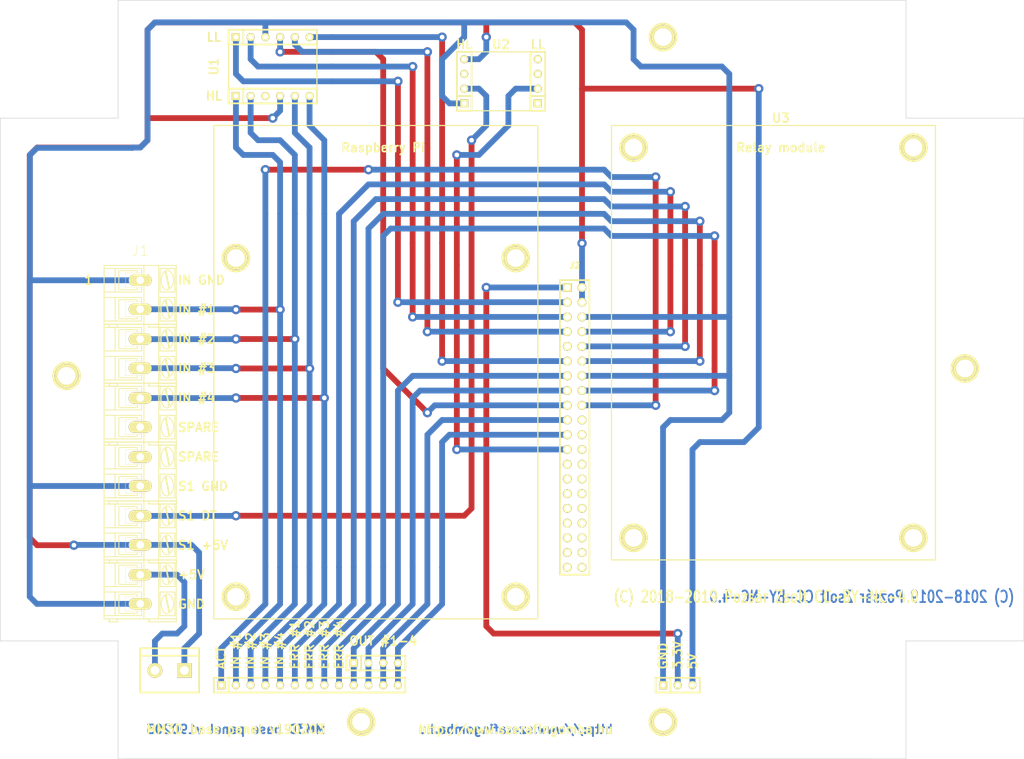
<source format=kicad_pcb>
(kicad_pcb (version 4) (host pcbnew 4.0.5+dfsg1-4+deb9u1)

  (general
    (links 0)
    (no_connects 0)
    (area 57.099999 32.969999 233.730001 163.880001)
    (thickness 1.6)
    (drawings 67)
    (tracks 320)
    (zones 0)
    (modules 28)
    (nets 1)
  )

  (page A4)
  (title_block
    (title "MM3D growing house controlling and remote monitoring system")
    (rev 190203)
    (company "Pozsar Zsolt")
    (comment 1 "Base panel")
  )

  (layers
    (0 F.Cu jumper)
    (31 B.Cu signal)
    (33 F.Adhes user)
    (35 F.Paste user)
    (37 F.SilkS user)
    (38 B.Mask user)
    (39 F.Mask user)
    (44 Edge.Cuts user)
  )

  (setup
    (last_trace_width 1)
    (trace_clearance 1)
    (zone_clearance 0.508)
    (zone_45_only no)
    (trace_min 0.254)
    (segment_width 0.2)
    (edge_width 0.1)
    (via_size 1.6)
    (via_drill 0.8)
    (via_min_size 0.889)
    (via_min_drill 0.508)
    (uvia_size 1.6)
    (uvia_drill 0.8)
    (uvias_allowed no)
    (uvia_min_size 0.508)
    (uvia_min_drill 0.127)
    (pcb_text_width 0.3)
    (pcb_text_size 1.5 1.5)
    (mod_edge_width 0.15)
    (mod_text_size 1 1)
    (mod_text_width 0.15)
    (pad_size 1.524 1.524)
    (pad_drill 1.016)
    (pad_to_mask_clearance 0)
    (aux_axis_origin 0 0)
    (visible_elements 7FFFFBFF)
    (pcbplotparams
      (layerselection 0x010e0_80000001)
      (usegerberextensions false)
      (excludeedgelayer false)
      (linewidth 0.100000)
      (plotframeref false)
      (viasonmask false)
      (mode 1)
      (useauxorigin false)
      (hpglpennumber 1)
      (hpglpenspeed 20)
      (hpglpendiameter 15)
      (hpglpenoverlay 2)
      (psnegative false)
      (psa4output false)
      (plotreference true)
      (plotvalue false)
      (plotinvisibletext false)
      (padsonsilk false)
      (subtractmaskfromsilk false)
      (outputformat 1)
      (mirror false)
      (drillshape 0)
      (scaleselection 1)
      (outputdirectory ""))
  )

  (net 0 "")

  (net_class Default "This is the default net class."
    (clearance 1)
    (trace_width 1)
    (via_dia 1.6)
    (via_drill 0.8)
    (uvia_dia 1.6)
    (uvia_drill 0.8)
  )

  (module PIN_ARRAY_20X2 (layer F.Cu) (tedit 5C588CF7) (tstamp 5C590970)
    (at 156.21 106.68 270)
    (descr "Double rangee de contacts 2 x 12 pins")
    (tags CONN)
    (fp_text reference J2 (at -27.94 0 360) (layer F.SilkS)
      (effects (font (size 1.016 1.016) (thickness 0.254)))
    )
    (fp_text value PIN_ARRAY_20X2 (at 0 3.81 270) (layer F.SilkS) hide
      (effects (font (size 1.016 1.016) (thickness 0.2032)))
    )
    (fp_line (start 25.4 2.54) (end -25.4 2.54) (layer F.SilkS) (width 0.3048))
    (fp_line (start 25.4 -2.54) (end -25.4 -2.54) (layer F.SilkS) (width 0.3048))
    (fp_line (start 25.4 -2.54) (end 25.4 2.54) (layer F.SilkS) (width 0.3048))
    (fp_line (start -25.4 -2.54) (end -25.4 2.54) (layer F.SilkS) (width 0.3048))
    (pad 1 thru_hole rect (at -24.13 1.27 270) (size 1.524 1.524) (drill 1.016) (layers *.Cu *.Mask F.SilkS))
    (pad 2 thru_hole circle (at -24.13 -1.27 270) (size 1.524 1.524) (drill 1.016) (layers *.Cu *.Mask F.SilkS))
    (pad 11 thru_hole circle (at -11.43 1.27 270) (size 1.524 1.524) (drill 1.016) (layers *.Cu *.Mask F.SilkS))
    (pad 4 thru_hole circle (at -21.59 -1.27 270) (size 1.524 1.524) (drill 1.016) (layers *.Cu *.Mask F.SilkS))
    (pad 13 thru_hole circle (at -8.89 1.27 270) (size 1.524 1.524) (drill 1.016) (layers *.Cu *.Mask F.SilkS))
    (pad 6 thru_hole circle (at -19.05 -1.27 270) (size 1.524 1.524) (drill 1.016) (layers *.Cu *.Mask F.SilkS))
    (pad 15 thru_hole circle (at -6.35 1.27 270) (size 1.524 1.524) (drill 1.016) (layers *.Cu *.Mask F.SilkS))
    (pad 8 thru_hole circle (at -16.51 -1.27 270) (size 1.524 1.524) (drill 1.016) (layers *.Cu *.Mask F.SilkS))
    (pad 17 thru_hole circle (at -3.81 1.27 270) (size 1.524 1.524) (drill 1.016) (layers *.Cu *.Mask F.SilkS))
    (pad 10 thru_hole circle (at -13.97 -1.27 270) (size 1.524 1.524) (drill 1.016) (layers *.Cu *.Mask F.SilkS))
    (pad 19 thru_hole circle (at -1.27 1.27 270) (size 1.524 1.524) (drill 1.016) (layers *.Cu *.Mask F.SilkS))
    (pad 12 thru_hole circle (at -11.43 -1.27 270) (size 1.524 1.524) (drill 1.016) (layers *.Cu *.Mask F.SilkS))
    (pad 21 thru_hole circle (at 1.27 1.27 270) (size 1.524 1.524) (drill 1.016) (layers *.Cu *.Mask F.SilkS))
    (pad 14 thru_hole circle (at -8.89 -1.27 270) (size 1.524 1.524) (drill 1.016) (layers *.Cu *.Mask F.SilkS))
    (pad 23 thru_hole circle (at 3.81 1.27 270) (size 1.524 1.524) (drill 1.016) (layers *.Cu *.Mask F.SilkS))
    (pad 16 thru_hole circle (at -6.35 -1.27 270) (size 1.524 1.524) (drill 1.016) (layers *.Cu *.Mask F.SilkS))
    (pad 25 thru_hole circle (at 6.35 1.27 270) (size 1.524 1.524) (drill 1.016) (layers *.Cu *.Mask F.SilkS))
    (pad 18 thru_hole circle (at -3.81 -1.27 270) (size 1.524 1.524) (drill 1.016) (layers *.Cu *.Mask F.SilkS))
    (pad 27 thru_hole circle (at 8.89 1.27 270) (size 1.524 1.524) (drill 1.016) (layers *.Cu *.Mask F.SilkS))
    (pad 20 thru_hole circle (at -1.27 -1.27 270) (size 1.524 1.524) (drill 1.016) (layers *.Cu *.Mask F.SilkS))
    (pad 29 thru_hole circle (at 11.43 1.27 270) (size 1.524 1.524) (drill 1.016) (layers *.Cu *.Mask F.SilkS))
    (pad 22 thru_hole circle (at 1.27 -1.27 270) (size 1.524 1.524) (drill 1.016) (layers *.Cu *.Mask F.SilkS))
    (pad 31 thru_hole circle (at 13.97 1.27 270) (size 1.524 1.524) (drill 1.016) (layers *.Cu *.Mask F.SilkS))
    (pad 24 thru_hole circle (at 3.81 -1.27 270) (size 1.524 1.524) (drill 1.016) (layers *.Cu *.Mask F.SilkS))
    (pad 26 thru_hole circle (at 6.35 -1.27 270) (size 1.524 1.524) (drill 1.016) (layers *.Cu *.Mask F.SilkS))
    (pad 33 thru_hole circle (at 16.51 1.27 270) (size 1.524 1.524) (drill 1.016) (layers *.Cu *.Mask F.SilkS))
    (pad 28 thru_hole circle (at 8.89 -1.27 270) (size 1.524 1.524) (drill 1.016) (layers *.Cu *.Mask F.SilkS))
    (pad 32 thru_hole circle (at 13.97 -1.27 270) (size 1.524 1.524) (drill 1.016) (layers *.Cu *.Mask F.SilkS))
    (pad 34 thru_hole circle (at 16.51 -1.27 270) (size 1.524 1.524) (drill 1.016) (layers *.Cu *.Mask F.SilkS))
    (pad 36 thru_hole circle (at 19.05 -1.27 270) (size 1.524 1.524) (drill 1.016) (layers *.Cu *.Mask F.SilkS))
    (pad 38 thru_hole circle (at 21.59 -1.27 270) (size 1.524 1.524) (drill 1.016) (layers *.Cu *.Mask F.SilkS))
    (pad 35 thru_hole circle (at 19.05 1.27 270) (size 1.524 1.524) (drill 1.016) (layers *.Cu *.Mask F.SilkS))
    (pad 37 thru_hole circle (at 21.59 1.27 270) (size 1.524 1.524) (drill 1.016) (layers *.Cu *.Mask F.SilkS))
    (pad 3 thru_hole circle (at -21.59 1.27 270) (size 1.524 1.524) (drill 1.016) (layers *.Cu *.Mask F.SilkS))
    (pad 5 thru_hole circle (at -19.05 1.27 270) (size 1.524 1.524) (drill 1.016) (layers *.Cu *.Mask F.SilkS))
    (pad 7 thru_hole circle (at -16.51 1.27 270) (size 1.524 1.524) (drill 1.016) (layers *.Cu *.Mask F.SilkS))
    (pad 9 thru_hole circle (at -13.97 1.27 270) (size 1.524 1.524) (drill 1.016) (layers *.Cu *.Mask F.SilkS))
    (pad 39 thru_hole circle (at 24.13 1.27 270) (size 1.524 1.524) (drill 1.016) (layers *.Cu *.Mask F.SilkS))
    (pad 40 thru_hole circle (at 24.13 -1.27 270) (size 1.524 1.524) (drill 1.016) (layers *.Cu *.Mask F.SilkS))
    (pad 30 thru_hole circle (at 11.43 -1.27 270) (size 1.524 1.524) (drill 1.016) (layers *.Cu *.Mask F.SilkS))
    (model pin_array/pins_array_20x2.wrl
      (at (xyz 0 0 0))
      (scale (xyz 1 1 1))
      (rotate (xyz 0 0 0))
    )
  )

  (module AK300-2 (layer F.Cu) (tedit 5C588CCC) (tstamp 5C584A5A)
    (at 81.28 134.62 270)
    (descr CONNECTOR)
    (tags CONNECTOR)
    (attr virtual)
    (fp_text reference P (at -4.445 -6.985 270) (layer F.SilkS) hide
      (effects (font (size 1.778 1.778) (thickness 0.0889)))
    )
    (fp_text value VAL* (at 0.254 7.747 270) (layer F.SilkS) hide
      (effects (font (size 1.778 1.778) (thickness 0.0889)))
    )
    (fp_line (start -3.7846 2.54) (end -1.2446 2.54) (layer F.SilkS) (width 0.06604))
    (fp_line (start -1.2446 2.54) (end -1.2446 -0.254) (layer F.SilkS) (width 0.06604))
    (fp_line (start -3.7846 -0.254) (end -1.2446 -0.254) (layer F.SilkS) (width 0.06604))
    (fp_line (start -3.7846 2.54) (end -3.7846 -0.254) (layer F.SilkS) (width 0.06604))
    (fp_line (start 1.2192 2.54) (end 3.7592 2.54) (layer F.SilkS) (width 0.06604))
    (fp_line (start 3.7592 2.54) (end 3.7592 -0.254) (layer F.SilkS) (width 0.06604))
    (fp_line (start 1.2192 -0.254) (end 3.7592 -0.254) (layer F.SilkS) (width 0.06604))
    (fp_line (start 1.2192 2.54) (end 1.2192 -0.254) (layer F.SilkS) (width 0.06604))
    (fp_line (start 5.08 -6.223) (end 5.08 -3.175) (layer F.SilkS) (width 0.1524))
    (fp_line (start 5.08 -6.223) (end -5.08 -6.223) (layer F.SilkS) (width 0.1524))
    (fp_line (start 5.08 -6.223) (end 5.588 -6.223) (layer F.SilkS) (width 0.1524))
    (fp_line (start 5.588 -6.223) (end 5.588 -1.397) (layer F.SilkS) (width 0.1524))
    (fp_line (start 5.588 -1.397) (end 5.08 -1.651) (layer F.SilkS) (width 0.1524))
    (fp_line (start 5.588 5.461) (end 5.08 5.207) (layer F.SilkS) (width 0.1524))
    (fp_line (start 5.08 5.207) (end 5.08 6.223) (layer F.SilkS) (width 0.1524))
    (fp_line (start 5.588 3.81) (end 5.08 4.064) (layer F.SilkS) (width 0.1524))
    (fp_line (start 5.08 4.064) (end 5.08 5.207) (layer F.SilkS) (width 0.1524))
    (fp_line (start 5.588 3.81) (end 5.588 5.461) (layer F.SilkS) (width 0.1524))
    (fp_line (start 0.4572 6.223) (end 0.4572 4.318) (layer F.SilkS) (width 0.1524))
    (fp_line (start 4.5212 -0.254) (end 4.5212 4.318) (layer F.SilkS) (width 0.1524))
    (fp_line (start 0.4572 6.223) (end 4.5212 6.223) (layer F.SilkS) (width 0.1524))
    (fp_line (start 4.5212 6.223) (end 5.08 6.223) (layer F.SilkS) (width 0.1524))
    (fp_line (start -0.4826 6.223) (end -0.4826 4.318) (layer F.SilkS) (width 0.1524))
    (fp_line (start -0.4826 6.223) (end 0.4572 6.223) (layer F.SilkS) (width 0.1524))
    (fp_line (start -4.5466 -0.254) (end -4.5466 4.318) (layer F.SilkS) (width 0.1524))
    (fp_line (start -5.08 6.223) (end -4.5466 6.223) (layer F.SilkS) (width 0.1524))
    (fp_line (start -4.5466 6.223) (end -0.4826 6.223) (layer F.SilkS) (width 0.1524))
    (fp_line (start 0.4572 4.318) (end 4.5212 4.318) (layer F.SilkS) (width 0.1524))
    (fp_line (start 0.4572 4.318) (end 0.4572 -0.254) (layer F.SilkS) (width 0.1524))
    (fp_line (start 4.5212 4.318) (end 4.5212 6.223) (layer F.SilkS) (width 0.1524))
    (fp_line (start -0.4826 4.318) (end -4.5466 4.318) (layer F.SilkS) (width 0.1524))
    (fp_line (start -0.4826 4.318) (end -0.4826 -0.254) (layer F.SilkS) (width 0.1524))
    (fp_line (start -4.5466 4.318) (end -4.5466 6.223) (layer F.SilkS) (width 0.1524))
    (fp_line (start 4.1402 3.683) (end 4.1402 0.508) (layer F.SilkS) (width 0.1524))
    (fp_line (start 4.1402 3.683) (end 0.8382 3.683) (layer F.SilkS) (width 0.1524))
    (fp_line (start 0.8382 3.683) (end 0.8382 0.508) (layer F.SilkS) (width 0.1524))
    (fp_line (start -0.8636 3.683) (end -0.8636 0.508) (layer F.SilkS) (width 0.1524))
    (fp_line (start -0.8636 3.683) (end -4.1656 3.683) (layer F.SilkS) (width 0.1524))
    (fp_line (start -4.1656 3.683) (end -4.1656 0.508) (layer F.SilkS) (width 0.1524))
    (fp_line (start -4.1656 0.508) (end -3.7846 0.508) (layer F.SilkS) (width 0.1524))
    (fp_line (start -0.8636 0.508) (end -1.2446 0.508) (layer F.SilkS) (width 0.1524))
    (fp_line (start 0.8382 0.508) (end 1.2192 0.508) (layer F.SilkS) (width 0.1524))
    (fp_line (start 4.1402 0.508) (end 3.7592 0.508) (layer F.SilkS) (width 0.1524))
    (fp_line (start -5.08 6.223) (end -5.08 -0.635) (layer F.SilkS) (width 0.1524))
    (fp_line (start -5.08 -0.635) (end -5.08 -3.175) (layer F.SilkS) (width 0.1524))
    (fp_line (start 5.08 -1.651) (end 5.08 -0.635) (layer F.SilkS) (width 0.1524))
    (fp_line (start 5.08 -0.635) (end 5.08 4.064) (layer F.SilkS) (width 0.1524))
    (fp_line (start -5.08 -3.175) (end 5.08 -3.175) (layer F.SilkS) (width 0.1524))
    (fp_line (start -5.08 -3.175) (end -5.08 -6.223) (layer F.SilkS) (width 0.1524))
    (fp_line (start 5.08 -3.175) (end 5.08 -1.651) (layer F.SilkS) (width 0.1524))
    (fp_line (start 0.4572 -3.429) (end 0.4572 -5.969) (layer F.SilkS) (width 0.1524))
    (fp_line (start 0.4572 -5.969) (end 4.5212 -5.969) (layer F.SilkS) (width 0.1524))
    (fp_line (start 4.5212 -5.969) (end 4.5212 -3.429) (layer F.SilkS) (width 0.1524))
    (fp_line (start 4.5212 -3.429) (end 0.4572 -3.429) (layer F.SilkS) (width 0.1524))
    (fp_line (start -0.4826 -3.429) (end -0.4826 -5.969) (layer F.SilkS) (width 0.1524))
    (fp_line (start -0.4826 -3.429) (end -4.5466 -3.429) (layer F.SilkS) (width 0.1524))
    (fp_line (start -4.5466 -3.429) (end -4.5466 -5.969) (layer F.SilkS) (width 0.1524))
    (fp_line (start -0.4826 -5.969) (end -4.5466 -5.969) (layer F.SilkS) (width 0.1524))
    (fp_line (start 0.8636 -4.445) (end 3.9116 -5.08) (layer F.SilkS) (width 0.1524))
    (fp_line (start 0.9906 -4.318) (end 4.0386 -4.953) (layer F.SilkS) (width 0.1524))
    (fp_line (start -4.1402 -4.445) (end -1.08966 -5.08) (layer F.SilkS) (width 0.1524))
    (fp_line (start -4.0132 -4.318) (end -0.9652 -4.953) (layer F.SilkS) (width 0.1524))
    (fp_line (start -4.5466 -0.254) (end -4.1656 -0.254) (layer F.SilkS) (width 0.1524))
    (fp_line (start -0.4826 -0.254) (end -0.8636 -0.254) (layer F.SilkS) (width 0.1524))
    (fp_line (start -0.8636 -0.254) (end -4.1656 -0.254) (layer F.SilkS) (width 0.1524))
    (fp_line (start -5.08 -0.635) (end -4.1656 -0.635) (layer F.SilkS) (width 0.1524))
    (fp_line (start -4.1656 -0.635) (end -0.8636 -0.635) (layer F.SilkS) (width 0.1524))
    (fp_line (start -0.8636 -0.635) (end 0.8382 -0.635) (layer F.SilkS) (width 0.1524))
    (fp_line (start 5.08 -0.635) (end 4.1402 -0.635) (layer F.SilkS) (width 0.1524))
    (fp_line (start 4.1402 -0.635) (end 0.8382 -0.635) (layer F.SilkS) (width 0.1524))
    (fp_line (start 4.5212 -0.254) (end 4.1402 -0.254) (layer F.SilkS) (width 0.1524))
    (fp_line (start 0.4572 -0.254) (end 0.8382 -0.254) (layer F.SilkS) (width 0.1524))
    (fp_line (start 0.8382 -0.254) (end 4.1402 -0.254) (layer F.SilkS) (width 0.1524))
    (fp_arc (start 3.5052 -4.59486) (end 4.01066 -5.05206) (angle 90.5) (layer F.SilkS) (width 0.1524))
    (fp_arc (start 2.54 -6.0706) (end 4.00304 -4.11734) (angle 75.5) (layer F.SilkS) (width 0.1524))
    (fp_arc (start 2.46126 -3.7084) (end 0.8636 -5.0038) (angle 100) (layer F.SilkS) (width 0.1524))
    (fp_arc (start 1.3462 -4.64566) (end 1.05664 -4.1275) (angle 104.2) (layer F.SilkS) (width 0.1524))
    (fp_arc (start -1.4986 -4.59486) (end -0.9906 -5.05206) (angle 90.5) (layer F.SilkS) (width 0.1524))
    (fp_arc (start -2.46126 -6.0706) (end -0.99822 -4.11734) (angle 75.5) (layer F.SilkS) (width 0.1524))
    (fp_arc (start -2.53746 -3.7084) (end -4.1402 -5.0038) (angle 100) (layer F.SilkS) (width 0.1524))
    (fp_arc (start -3.6576 -4.64566) (end -3.94462 -4.1275) (angle 104.2) (layer F.SilkS) (width 0.1524))
    (pad 1 thru_hole oval (at -2.5146 0 270) (size 1.9812 3.9624) (drill 1.3208) (layers *.Cu F.Paste F.SilkS))
    (pad 2 thru_hole oval (at 2.4892 0 270) (size 1.9812 3.9624) (drill 1.3208) (layers *.Cu F.Paste F.SilkS))
  )

  (module AK300-2 (layer F.Cu) (tedit 5C588CD0) (tstamp 5C584A04)
    (at 81.28 124.46 270)
    (descr CONNECTOR)
    (tags CONNECTOR)
    (attr virtual)
    (fp_text reference P (at -4.445 -6.985 270) (layer F.SilkS) hide
      (effects (font (size 1.778 1.778) (thickness 0.0889)))
    )
    (fp_text value VAL* (at 0.254 7.747 270) (layer F.SilkS) hide
      (effects (font (size 1.778 1.778) (thickness 0.0889)))
    )
    (fp_line (start -3.7846 2.54) (end -1.2446 2.54) (layer F.SilkS) (width 0.06604))
    (fp_line (start -1.2446 2.54) (end -1.2446 -0.254) (layer F.SilkS) (width 0.06604))
    (fp_line (start -3.7846 -0.254) (end -1.2446 -0.254) (layer F.SilkS) (width 0.06604))
    (fp_line (start -3.7846 2.54) (end -3.7846 -0.254) (layer F.SilkS) (width 0.06604))
    (fp_line (start 1.2192 2.54) (end 3.7592 2.54) (layer F.SilkS) (width 0.06604))
    (fp_line (start 3.7592 2.54) (end 3.7592 -0.254) (layer F.SilkS) (width 0.06604))
    (fp_line (start 1.2192 -0.254) (end 3.7592 -0.254) (layer F.SilkS) (width 0.06604))
    (fp_line (start 1.2192 2.54) (end 1.2192 -0.254) (layer F.SilkS) (width 0.06604))
    (fp_line (start 5.08 -6.223) (end 5.08 -3.175) (layer F.SilkS) (width 0.1524))
    (fp_line (start 5.08 -6.223) (end -5.08 -6.223) (layer F.SilkS) (width 0.1524))
    (fp_line (start 5.08 -6.223) (end 5.588 -6.223) (layer F.SilkS) (width 0.1524))
    (fp_line (start 5.588 -6.223) (end 5.588 -1.397) (layer F.SilkS) (width 0.1524))
    (fp_line (start 5.588 -1.397) (end 5.08 -1.651) (layer F.SilkS) (width 0.1524))
    (fp_line (start 5.588 5.461) (end 5.08 5.207) (layer F.SilkS) (width 0.1524))
    (fp_line (start 5.08 5.207) (end 5.08 6.223) (layer F.SilkS) (width 0.1524))
    (fp_line (start 5.588 3.81) (end 5.08 4.064) (layer F.SilkS) (width 0.1524))
    (fp_line (start 5.08 4.064) (end 5.08 5.207) (layer F.SilkS) (width 0.1524))
    (fp_line (start 5.588 3.81) (end 5.588 5.461) (layer F.SilkS) (width 0.1524))
    (fp_line (start 0.4572 6.223) (end 0.4572 4.318) (layer F.SilkS) (width 0.1524))
    (fp_line (start 4.5212 -0.254) (end 4.5212 4.318) (layer F.SilkS) (width 0.1524))
    (fp_line (start 0.4572 6.223) (end 4.5212 6.223) (layer F.SilkS) (width 0.1524))
    (fp_line (start 4.5212 6.223) (end 5.08 6.223) (layer F.SilkS) (width 0.1524))
    (fp_line (start -0.4826 6.223) (end -0.4826 4.318) (layer F.SilkS) (width 0.1524))
    (fp_line (start -0.4826 6.223) (end 0.4572 6.223) (layer F.SilkS) (width 0.1524))
    (fp_line (start -4.5466 -0.254) (end -4.5466 4.318) (layer F.SilkS) (width 0.1524))
    (fp_line (start -5.08 6.223) (end -4.5466 6.223) (layer F.SilkS) (width 0.1524))
    (fp_line (start -4.5466 6.223) (end -0.4826 6.223) (layer F.SilkS) (width 0.1524))
    (fp_line (start 0.4572 4.318) (end 4.5212 4.318) (layer F.SilkS) (width 0.1524))
    (fp_line (start 0.4572 4.318) (end 0.4572 -0.254) (layer F.SilkS) (width 0.1524))
    (fp_line (start 4.5212 4.318) (end 4.5212 6.223) (layer F.SilkS) (width 0.1524))
    (fp_line (start -0.4826 4.318) (end -4.5466 4.318) (layer F.SilkS) (width 0.1524))
    (fp_line (start -0.4826 4.318) (end -0.4826 -0.254) (layer F.SilkS) (width 0.1524))
    (fp_line (start -4.5466 4.318) (end -4.5466 6.223) (layer F.SilkS) (width 0.1524))
    (fp_line (start 4.1402 3.683) (end 4.1402 0.508) (layer F.SilkS) (width 0.1524))
    (fp_line (start 4.1402 3.683) (end 0.8382 3.683) (layer F.SilkS) (width 0.1524))
    (fp_line (start 0.8382 3.683) (end 0.8382 0.508) (layer F.SilkS) (width 0.1524))
    (fp_line (start -0.8636 3.683) (end -0.8636 0.508) (layer F.SilkS) (width 0.1524))
    (fp_line (start -0.8636 3.683) (end -4.1656 3.683) (layer F.SilkS) (width 0.1524))
    (fp_line (start -4.1656 3.683) (end -4.1656 0.508) (layer F.SilkS) (width 0.1524))
    (fp_line (start -4.1656 0.508) (end -3.7846 0.508) (layer F.SilkS) (width 0.1524))
    (fp_line (start -0.8636 0.508) (end -1.2446 0.508) (layer F.SilkS) (width 0.1524))
    (fp_line (start 0.8382 0.508) (end 1.2192 0.508) (layer F.SilkS) (width 0.1524))
    (fp_line (start 4.1402 0.508) (end 3.7592 0.508) (layer F.SilkS) (width 0.1524))
    (fp_line (start -5.08 6.223) (end -5.08 -0.635) (layer F.SilkS) (width 0.1524))
    (fp_line (start -5.08 -0.635) (end -5.08 -3.175) (layer F.SilkS) (width 0.1524))
    (fp_line (start 5.08 -1.651) (end 5.08 -0.635) (layer F.SilkS) (width 0.1524))
    (fp_line (start 5.08 -0.635) (end 5.08 4.064) (layer F.SilkS) (width 0.1524))
    (fp_line (start -5.08 -3.175) (end 5.08 -3.175) (layer F.SilkS) (width 0.1524))
    (fp_line (start -5.08 -3.175) (end -5.08 -6.223) (layer F.SilkS) (width 0.1524))
    (fp_line (start 5.08 -3.175) (end 5.08 -1.651) (layer F.SilkS) (width 0.1524))
    (fp_line (start 0.4572 -3.429) (end 0.4572 -5.969) (layer F.SilkS) (width 0.1524))
    (fp_line (start 0.4572 -5.969) (end 4.5212 -5.969) (layer F.SilkS) (width 0.1524))
    (fp_line (start 4.5212 -5.969) (end 4.5212 -3.429) (layer F.SilkS) (width 0.1524))
    (fp_line (start 4.5212 -3.429) (end 0.4572 -3.429) (layer F.SilkS) (width 0.1524))
    (fp_line (start -0.4826 -3.429) (end -0.4826 -5.969) (layer F.SilkS) (width 0.1524))
    (fp_line (start -0.4826 -3.429) (end -4.5466 -3.429) (layer F.SilkS) (width 0.1524))
    (fp_line (start -4.5466 -3.429) (end -4.5466 -5.969) (layer F.SilkS) (width 0.1524))
    (fp_line (start -0.4826 -5.969) (end -4.5466 -5.969) (layer F.SilkS) (width 0.1524))
    (fp_line (start 0.8636 -4.445) (end 3.9116 -5.08) (layer F.SilkS) (width 0.1524))
    (fp_line (start 0.9906 -4.318) (end 4.0386 -4.953) (layer F.SilkS) (width 0.1524))
    (fp_line (start -4.1402 -4.445) (end -1.08966 -5.08) (layer F.SilkS) (width 0.1524))
    (fp_line (start -4.0132 -4.318) (end -0.9652 -4.953) (layer F.SilkS) (width 0.1524))
    (fp_line (start -4.5466 -0.254) (end -4.1656 -0.254) (layer F.SilkS) (width 0.1524))
    (fp_line (start -0.4826 -0.254) (end -0.8636 -0.254) (layer F.SilkS) (width 0.1524))
    (fp_line (start -0.8636 -0.254) (end -4.1656 -0.254) (layer F.SilkS) (width 0.1524))
    (fp_line (start -5.08 -0.635) (end -4.1656 -0.635) (layer F.SilkS) (width 0.1524))
    (fp_line (start -4.1656 -0.635) (end -0.8636 -0.635) (layer F.SilkS) (width 0.1524))
    (fp_line (start -0.8636 -0.635) (end 0.8382 -0.635) (layer F.SilkS) (width 0.1524))
    (fp_line (start 5.08 -0.635) (end 4.1402 -0.635) (layer F.SilkS) (width 0.1524))
    (fp_line (start 4.1402 -0.635) (end 0.8382 -0.635) (layer F.SilkS) (width 0.1524))
    (fp_line (start 4.5212 -0.254) (end 4.1402 -0.254) (layer F.SilkS) (width 0.1524))
    (fp_line (start 0.4572 -0.254) (end 0.8382 -0.254) (layer F.SilkS) (width 0.1524))
    (fp_line (start 0.8382 -0.254) (end 4.1402 -0.254) (layer F.SilkS) (width 0.1524))
    (fp_arc (start 3.5052 -4.59486) (end 4.01066 -5.05206) (angle 90.5) (layer F.SilkS) (width 0.1524))
    (fp_arc (start 2.54 -6.0706) (end 4.00304 -4.11734) (angle 75.5) (layer F.SilkS) (width 0.1524))
    (fp_arc (start 2.46126 -3.7084) (end 0.8636 -5.0038) (angle 100) (layer F.SilkS) (width 0.1524))
    (fp_arc (start 1.3462 -4.64566) (end 1.05664 -4.1275) (angle 104.2) (layer F.SilkS) (width 0.1524))
    (fp_arc (start -1.4986 -4.59486) (end -0.9906 -5.05206) (angle 90.5) (layer F.SilkS) (width 0.1524))
    (fp_arc (start -2.46126 -6.0706) (end -0.99822 -4.11734) (angle 75.5) (layer F.SilkS) (width 0.1524))
    (fp_arc (start -2.53746 -3.7084) (end -4.1402 -5.0038) (angle 100) (layer F.SilkS) (width 0.1524))
    (fp_arc (start -3.6576 -4.64566) (end -3.94462 -4.1275) (angle 104.2) (layer F.SilkS) (width 0.1524))
    (pad 1 thru_hole oval (at -2.5146 0 270) (size 1.9812 3.9624) (drill 1.3208) (layers *.Cu F.Paste F.SilkS))
    (pad 2 thru_hole oval (at 2.4892 0 270) (size 1.9812 3.9624) (drill 1.3208) (layers *.Cu F.Paste F.SilkS))
  )

  (module AK300-2 (layer F.Cu) (tedit 5C588CD3) (tstamp 5C584902)
    (at 81.28 114.3 270)
    (descr CONNECTOR)
    (tags CONNECTOR)
    (attr virtual)
    (fp_text reference P (at -4.445 -6.985 270) (layer F.SilkS) hide
      (effects (font (size 1.778 1.778) (thickness 0.0889)))
    )
    (fp_text value VAL* (at 0.254 7.747 270) (layer F.SilkS) hide
      (effects (font (size 1.778 1.778) (thickness 0.0889)))
    )
    (fp_line (start -3.7846 2.54) (end -1.2446 2.54) (layer F.SilkS) (width 0.06604))
    (fp_line (start -1.2446 2.54) (end -1.2446 -0.254) (layer F.SilkS) (width 0.06604))
    (fp_line (start -3.7846 -0.254) (end -1.2446 -0.254) (layer F.SilkS) (width 0.06604))
    (fp_line (start -3.7846 2.54) (end -3.7846 -0.254) (layer F.SilkS) (width 0.06604))
    (fp_line (start 1.2192 2.54) (end 3.7592 2.54) (layer F.SilkS) (width 0.06604))
    (fp_line (start 3.7592 2.54) (end 3.7592 -0.254) (layer F.SilkS) (width 0.06604))
    (fp_line (start 1.2192 -0.254) (end 3.7592 -0.254) (layer F.SilkS) (width 0.06604))
    (fp_line (start 1.2192 2.54) (end 1.2192 -0.254) (layer F.SilkS) (width 0.06604))
    (fp_line (start 5.08 -6.223) (end 5.08 -3.175) (layer F.SilkS) (width 0.1524))
    (fp_line (start 5.08 -6.223) (end -5.08 -6.223) (layer F.SilkS) (width 0.1524))
    (fp_line (start 5.08 -6.223) (end 5.588 -6.223) (layer F.SilkS) (width 0.1524))
    (fp_line (start 5.588 -6.223) (end 5.588 -1.397) (layer F.SilkS) (width 0.1524))
    (fp_line (start 5.588 -1.397) (end 5.08 -1.651) (layer F.SilkS) (width 0.1524))
    (fp_line (start 5.588 5.461) (end 5.08 5.207) (layer F.SilkS) (width 0.1524))
    (fp_line (start 5.08 5.207) (end 5.08 6.223) (layer F.SilkS) (width 0.1524))
    (fp_line (start 5.588 3.81) (end 5.08 4.064) (layer F.SilkS) (width 0.1524))
    (fp_line (start 5.08 4.064) (end 5.08 5.207) (layer F.SilkS) (width 0.1524))
    (fp_line (start 5.588 3.81) (end 5.588 5.461) (layer F.SilkS) (width 0.1524))
    (fp_line (start 0.4572 6.223) (end 0.4572 4.318) (layer F.SilkS) (width 0.1524))
    (fp_line (start 4.5212 -0.254) (end 4.5212 4.318) (layer F.SilkS) (width 0.1524))
    (fp_line (start 0.4572 6.223) (end 4.5212 6.223) (layer F.SilkS) (width 0.1524))
    (fp_line (start 4.5212 6.223) (end 5.08 6.223) (layer F.SilkS) (width 0.1524))
    (fp_line (start -0.4826 6.223) (end -0.4826 4.318) (layer F.SilkS) (width 0.1524))
    (fp_line (start -0.4826 6.223) (end 0.4572 6.223) (layer F.SilkS) (width 0.1524))
    (fp_line (start -4.5466 -0.254) (end -4.5466 4.318) (layer F.SilkS) (width 0.1524))
    (fp_line (start -5.08 6.223) (end -4.5466 6.223) (layer F.SilkS) (width 0.1524))
    (fp_line (start -4.5466 6.223) (end -0.4826 6.223) (layer F.SilkS) (width 0.1524))
    (fp_line (start 0.4572 4.318) (end 4.5212 4.318) (layer F.SilkS) (width 0.1524))
    (fp_line (start 0.4572 4.318) (end 0.4572 -0.254) (layer F.SilkS) (width 0.1524))
    (fp_line (start 4.5212 4.318) (end 4.5212 6.223) (layer F.SilkS) (width 0.1524))
    (fp_line (start -0.4826 4.318) (end -4.5466 4.318) (layer F.SilkS) (width 0.1524))
    (fp_line (start -0.4826 4.318) (end -0.4826 -0.254) (layer F.SilkS) (width 0.1524))
    (fp_line (start -4.5466 4.318) (end -4.5466 6.223) (layer F.SilkS) (width 0.1524))
    (fp_line (start 4.1402 3.683) (end 4.1402 0.508) (layer F.SilkS) (width 0.1524))
    (fp_line (start 4.1402 3.683) (end 0.8382 3.683) (layer F.SilkS) (width 0.1524))
    (fp_line (start 0.8382 3.683) (end 0.8382 0.508) (layer F.SilkS) (width 0.1524))
    (fp_line (start -0.8636 3.683) (end -0.8636 0.508) (layer F.SilkS) (width 0.1524))
    (fp_line (start -0.8636 3.683) (end -4.1656 3.683) (layer F.SilkS) (width 0.1524))
    (fp_line (start -4.1656 3.683) (end -4.1656 0.508) (layer F.SilkS) (width 0.1524))
    (fp_line (start -4.1656 0.508) (end -3.7846 0.508) (layer F.SilkS) (width 0.1524))
    (fp_line (start -0.8636 0.508) (end -1.2446 0.508) (layer F.SilkS) (width 0.1524))
    (fp_line (start 0.8382 0.508) (end 1.2192 0.508) (layer F.SilkS) (width 0.1524))
    (fp_line (start 4.1402 0.508) (end 3.7592 0.508) (layer F.SilkS) (width 0.1524))
    (fp_line (start -5.08 6.223) (end -5.08 -0.635) (layer F.SilkS) (width 0.1524))
    (fp_line (start -5.08 -0.635) (end -5.08 -3.175) (layer F.SilkS) (width 0.1524))
    (fp_line (start 5.08 -1.651) (end 5.08 -0.635) (layer F.SilkS) (width 0.1524))
    (fp_line (start 5.08 -0.635) (end 5.08 4.064) (layer F.SilkS) (width 0.1524))
    (fp_line (start -5.08 -3.175) (end 5.08 -3.175) (layer F.SilkS) (width 0.1524))
    (fp_line (start -5.08 -3.175) (end -5.08 -6.223) (layer F.SilkS) (width 0.1524))
    (fp_line (start 5.08 -3.175) (end 5.08 -1.651) (layer F.SilkS) (width 0.1524))
    (fp_line (start 0.4572 -3.429) (end 0.4572 -5.969) (layer F.SilkS) (width 0.1524))
    (fp_line (start 0.4572 -5.969) (end 4.5212 -5.969) (layer F.SilkS) (width 0.1524))
    (fp_line (start 4.5212 -5.969) (end 4.5212 -3.429) (layer F.SilkS) (width 0.1524))
    (fp_line (start 4.5212 -3.429) (end 0.4572 -3.429) (layer F.SilkS) (width 0.1524))
    (fp_line (start -0.4826 -3.429) (end -0.4826 -5.969) (layer F.SilkS) (width 0.1524))
    (fp_line (start -0.4826 -3.429) (end -4.5466 -3.429) (layer F.SilkS) (width 0.1524))
    (fp_line (start -4.5466 -3.429) (end -4.5466 -5.969) (layer F.SilkS) (width 0.1524))
    (fp_line (start -0.4826 -5.969) (end -4.5466 -5.969) (layer F.SilkS) (width 0.1524))
    (fp_line (start 0.8636 -4.445) (end 3.9116 -5.08) (layer F.SilkS) (width 0.1524))
    (fp_line (start 0.9906 -4.318) (end 4.0386 -4.953) (layer F.SilkS) (width 0.1524))
    (fp_line (start -4.1402 -4.445) (end -1.08966 -5.08) (layer F.SilkS) (width 0.1524))
    (fp_line (start -4.0132 -4.318) (end -0.9652 -4.953) (layer F.SilkS) (width 0.1524))
    (fp_line (start -4.5466 -0.254) (end -4.1656 -0.254) (layer F.SilkS) (width 0.1524))
    (fp_line (start -0.4826 -0.254) (end -0.8636 -0.254) (layer F.SilkS) (width 0.1524))
    (fp_line (start -0.8636 -0.254) (end -4.1656 -0.254) (layer F.SilkS) (width 0.1524))
    (fp_line (start -5.08 -0.635) (end -4.1656 -0.635) (layer F.SilkS) (width 0.1524))
    (fp_line (start -4.1656 -0.635) (end -0.8636 -0.635) (layer F.SilkS) (width 0.1524))
    (fp_line (start -0.8636 -0.635) (end 0.8382 -0.635) (layer F.SilkS) (width 0.1524))
    (fp_line (start 5.08 -0.635) (end 4.1402 -0.635) (layer F.SilkS) (width 0.1524))
    (fp_line (start 4.1402 -0.635) (end 0.8382 -0.635) (layer F.SilkS) (width 0.1524))
    (fp_line (start 4.5212 -0.254) (end 4.1402 -0.254) (layer F.SilkS) (width 0.1524))
    (fp_line (start 0.4572 -0.254) (end 0.8382 -0.254) (layer F.SilkS) (width 0.1524))
    (fp_line (start 0.8382 -0.254) (end 4.1402 -0.254) (layer F.SilkS) (width 0.1524))
    (fp_arc (start 3.5052 -4.59486) (end 4.01066 -5.05206) (angle 90.5) (layer F.SilkS) (width 0.1524))
    (fp_arc (start 2.54 -6.0706) (end 4.00304 -4.11734) (angle 75.5) (layer F.SilkS) (width 0.1524))
    (fp_arc (start 2.46126 -3.7084) (end 0.8636 -5.0038) (angle 100) (layer F.SilkS) (width 0.1524))
    (fp_arc (start 1.3462 -4.64566) (end 1.05664 -4.1275) (angle 104.2) (layer F.SilkS) (width 0.1524))
    (fp_arc (start -1.4986 -4.59486) (end -0.9906 -5.05206) (angle 90.5) (layer F.SilkS) (width 0.1524))
    (fp_arc (start -2.46126 -6.0706) (end -0.99822 -4.11734) (angle 75.5) (layer F.SilkS) (width 0.1524))
    (fp_arc (start -2.53746 -3.7084) (end -4.1402 -5.0038) (angle 100) (layer F.SilkS) (width 0.1524))
    (fp_arc (start -3.6576 -4.64566) (end -3.94462 -4.1275) (angle 104.2) (layer F.SilkS) (width 0.1524))
    (pad 1 thru_hole oval (at -2.5146 0 270) (size 1.9812 3.9624) (drill 1.3208) (layers *.Cu F.Paste F.SilkS))
    (pad 2 thru_hole oval (at 2.4892 0 270) (size 1.9812 3.9624) (drill 1.3208) (layers *.Cu F.Paste F.SilkS))
  )

  (module AK300-2 (layer F.Cu) (tedit 5C588CD6) (tstamp 5C5848AC)
    (at 81.28 104.14 270)
    (descr CONNECTOR)
    (tags CONNECTOR)
    (attr virtual)
    (fp_text reference P (at -4.445 -6.985 270) (layer F.SilkS) hide
      (effects (font (size 1.778 1.778) (thickness 0.0889)))
    )
    (fp_text value VAL* (at 0.254 7.747 270) (layer F.SilkS) hide
      (effects (font (size 1.778 1.778) (thickness 0.0889)))
    )
    (fp_line (start -3.7846 2.54) (end -1.2446 2.54) (layer F.SilkS) (width 0.06604))
    (fp_line (start -1.2446 2.54) (end -1.2446 -0.254) (layer F.SilkS) (width 0.06604))
    (fp_line (start -3.7846 -0.254) (end -1.2446 -0.254) (layer F.SilkS) (width 0.06604))
    (fp_line (start -3.7846 2.54) (end -3.7846 -0.254) (layer F.SilkS) (width 0.06604))
    (fp_line (start 1.2192 2.54) (end 3.7592 2.54) (layer F.SilkS) (width 0.06604))
    (fp_line (start 3.7592 2.54) (end 3.7592 -0.254) (layer F.SilkS) (width 0.06604))
    (fp_line (start 1.2192 -0.254) (end 3.7592 -0.254) (layer F.SilkS) (width 0.06604))
    (fp_line (start 1.2192 2.54) (end 1.2192 -0.254) (layer F.SilkS) (width 0.06604))
    (fp_line (start 5.08 -6.223) (end 5.08 -3.175) (layer F.SilkS) (width 0.1524))
    (fp_line (start 5.08 -6.223) (end -5.08 -6.223) (layer F.SilkS) (width 0.1524))
    (fp_line (start 5.08 -6.223) (end 5.588 -6.223) (layer F.SilkS) (width 0.1524))
    (fp_line (start 5.588 -6.223) (end 5.588 -1.397) (layer F.SilkS) (width 0.1524))
    (fp_line (start 5.588 -1.397) (end 5.08 -1.651) (layer F.SilkS) (width 0.1524))
    (fp_line (start 5.588 5.461) (end 5.08 5.207) (layer F.SilkS) (width 0.1524))
    (fp_line (start 5.08 5.207) (end 5.08 6.223) (layer F.SilkS) (width 0.1524))
    (fp_line (start 5.588 3.81) (end 5.08 4.064) (layer F.SilkS) (width 0.1524))
    (fp_line (start 5.08 4.064) (end 5.08 5.207) (layer F.SilkS) (width 0.1524))
    (fp_line (start 5.588 3.81) (end 5.588 5.461) (layer F.SilkS) (width 0.1524))
    (fp_line (start 0.4572 6.223) (end 0.4572 4.318) (layer F.SilkS) (width 0.1524))
    (fp_line (start 4.5212 -0.254) (end 4.5212 4.318) (layer F.SilkS) (width 0.1524))
    (fp_line (start 0.4572 6.223) (end 4.5212 6.223) (layer F.SilkS) (width 0.1524))
    (fp_line (start 4.5212 6.223) (end 5.08 6.223) (layer F.SilkS) (width 0.1524))
    (fp_line (start -0.4826 6.223) (end -0.4826 4.318) (layer F.SilkS) (width 0.1524))
    (fp_line (start -0.4826 6.223) (end 0.4572 6.223) (layer F.SilkS) (width 0.1524))
    (fp_line (start -4.5466 -0.254) (end -4.5466 4.318) (layer F.SilkS) (width 0.1524))
    (fp_line (start -5.08 6.223) (end -4.5466 6.223) (layer F.SilkS) (width 0.1524))
    (fp_line (start -4.5466 6.223) (end -0.4826 6.223) (layer F.SilkS) (width 0.1524))
    (fp_line (start 0.4572 4.318) (end 4.5212 4.318) (layer F.SilkS) (width 0.1524))
    (fp_line (start 0.4572 4.318) (end 0.4572 -0.254) (layer F.SilkS) (width 0.1524))
    (fp_line (start 4.5212 4.318) (end 4.5212 6.223) (layer F.SilkS) (width 0.1524))
    (fp_line (start -0.4826 4.318) (end -4.5466 4.318) (layer F.SilkS) (width 0.1524))
    (fp_line (start -0.4826 4.318) (end -0.4826 -0.254) (layer F.SilkS) (width 0.1524))
    (fp_line (start -4.5466 4.318) (end -4.5466 6.223) (layer F.SilkS) (width 0.1524))
    (fp_line (start 4.1402 3.683) (end 4.1402 0.508) (layer F.SilkS) (width 0.1524))
    (fp_line (start 4.1402 3.683) (end 0.8382 3.683) (layer F.SilkS) (width 0.1524))
    (fp_line (start 0.8382 3.683) (end 0.8382 0.508) (layer F.SilkS) (width 0.1524))
    (fp_line (start -0.8636 3.683) (end -0.8636 0.508) (layer F.SilkS) (width 0.1524))
    (fp_line (start -0.8636 3.683) (end -4.1656 3.683) (layer F.SilkS) (width 0.1524))
    (fp_line (start -4.1656 3.683) (end -4.1656 0.508) (layer F.SilkS) (width 0.1524))
    (fp_line (start -4.1656 0.508) (end -3.7846 0.508) (layer F.SilkS) (width 0.1524))
    (fp_line (start -0.8636 0.508) (end -1.2446 0.508) (layer F.SilkS) (width 0.1524))
    (fp_line (start 0.8382 0.508) (end 1.2192 0.508) (layer F.SilkS) (width 0.1524))
    (fp_line (start 4.1402 0.508) (end 3.7592 0.508) (layer F.SilkS) (width 0.1524))
    (fp_line (start -5.08 6.223) (end -5.08 -0.635) (layer F.SilkS) (width 0.1524))
    (fp_line (start -5.08 -0.635) (end -5.08 -3.175) (layer F.SilkS) (width 0.1524))
    (fp_line (start 5.08 -1.651) (end 5.08 -0.635) (layer F.SilkS) (width 0.1524))
    (fp_line (start 5.08 -0.635) (end 5.08 4.064) (layer F.SilkS) (width 0.1524))
    (fp_line (start -5.08 -3.175) (end 5.08 -3.175) (layer F.SilkS) (width 0.1524))
    (fp_line (start -5.08 -3.175) (end -5.08 -6.223) (layer F.SilkS) (width 0.1524))
    (fp_line (start 5.08 -3.175) (end 5.08 -1.651) (layer F.SilkS) (width 0.1524))
    (fp_line (start 0.4572 -3.429) (end 0.4572 -5.969) (layer F.SilkS) (width 0.1524))
    (fp_line (start 0.4572 -5.969) (end 4.5212 -5.969) (layer F.SilkS) (width 0.1524))
    (fp_line (start 4.5212 -5.969) (end 4.5212 -3.429) (layer F.SilkS) (width 0.1524))
    (fp_line (start 4.5212 -3.429) (end 0.4572 -3.429) (layer F.SilkS) (width 0.1524))
    (fp_line (start -0.4826 -3.429) (end -0.4826 -5.969) (layer F.SilkS) (width 0.1524))
    (fp_line (start -0.4826 -3.429) (end -4.5466 -3.429) (layer F.SilkS) (width 0.1524))
    (fp_line (start -4.5466 -3.429) (end -4.5466 -5.969) (layer F.SilkS) (width 0.1524))
    (fp_line (start -0.4826 -5.969) (end -4.5466 -5.969) (layer F.SilkS) (width 0.1524))
    (fp_line (start 0.8636 -4.445) (end 3.9116 -5.08) (layer F.SilkS) (width 0.1524))
    (fp_line (start 0.9906 -4.318) (end 4.0386 -4.953) (layer F.SilkS) (width 0.1524))
    (fp_line (start -4.1402 -4.445) (end -1.08966 -5.08) (layer F.SilkS) (width 0.1524))
    (fp_line (start -4.0132 -4.318) (end -0.9652 -4.953) (layer F.SilkS) (width 0.1524))
    (fp_line (start -4.5466 -0.254) (end -4.1656 -0.254) (layer F.SilkS) (width 0.1524))
    (fp_line (start -0.4826 -0.254) (end -0.8636 -0.254) (layer F.SilkS) (width 0.1524))
    (fp_line (start -0.8636 -0.254) (end -4.1656 -0.254) (layer F.SilkS) (width 0.1524))
    (fp_line (start -5.08 -0.635) (end -4.1656 -0.635) (layer F.SilkS) (width 0.1524))
    (fp_line (start -4.1656 -0.635) (end -0.8636 -0.635) (layer F.SilkS) (width 0.1524))
    (fp_line (start -0.8636 -0.635) (end 0.8382 -0.635) (layer F.SilkS) (width 0.1524))
    (fp_line (start 5.08 -0.635) (end 4.1402 -0.635) (layer F.SilkS) (width 0.1524))
    (fp_line (start 4.1402 -0.635) (end 0.8382 -0.635) (layer F.SilkS) (width 0.1524))
    (fp_line (start 4.5212 -0.254) (end 4.1402 -0.254) (layer F.SilkS) (width 0.1524))
    (fp_line (start 0.4572 -0.254) (end 0.8382 -0.254) (layer F.SilkS) (width 0.1524))
    (fp_line (start 0.8382 -0.254) (end 4.1402 -0.254) (layer F.SilkS) (width 0.1524))
    (fp_arc (start 3.5052 -4.59486) (end 4.01066 -5.05206) (angle 90.5) (layer F.SilkS) (width 0.1524))
    (fp_arc (start 2.54 -6.0706) (end 4.00304 -4.11734) (angle 75.5) (layer F.SilkS) (width 0.1524))
    (fp_arc (start 2.46126 -3.7084) (end 0.8636 -5.0038) (angle 100) (layer F.SilkS) (width 0.1524))
    (fp_arc (start 1.3462 -4.64566) (end 1.05664 -4.1275) (angle 104.2) (layer F.SilkS) (width 0.1524))
    (fp_arc (start -1.4986 -4.59486) (end -0.9906 -5.05206) (angle 90.5) (layer F.SilkS) (width 0.1524))
    (fp_arc (start -2.46126 -6.0706) (end -0.99822 -4.11734) (angle 75.5) (layer F.SilkS) (width 0.1524))
    (fp_arc (start -2.53746 -3.7084) (end -4.1402 -5.0038) (angle 100) (layer F.SilkS) (width 0.1524))
    (fp_arc (start -3.6576 -4.64566) (end -3.94462 -4.1275) (angle 104.2) (layer F.SilkS) (width 0.1524))
    (pad 1 thru_hole oval (at -2.5146 0 270) (size 1.9812 3.9624) (drill 1.3208) (layers *.Cu F.Paste F.SilkS))
    (pad 2 thru_hole oval (at 2.4892 0 270) (size 1.9812 3.9624) (drill 1.3208) (layers *.Cu F.Paste F.SilkS))
  )

  (module SIL-13 (layer F.Cu) (tedit 5C588BE5) (tstamp 5C5767DC)
    (at 110.49 151.13)
    (descr "Connecteur 13 pins")
    (tags "CONN DEV")
    (fp_text reference SIL-13 (at -10.16 -2.54) (layer F.SilkS) hide
      (effects (font (size 1.72974 1.08712) (thickness 0.27178)))
    )
    (fp_text value Val** (at 5.08 -2.54) (layer F.SilkS) hide
      (effects (font (size 1.524 1.016) (thickness 0.254)))
    )
    (fp_line (start -16.51 -1.27) (end 16.51 -1.27) (layer F.SilkS) (width 0.3048))
    (fp_line (start 16.51 -1.27) (end 16.51 1.27) (layer F.SilkS) (width 0.3048))
    (fp_line (start 16.51 1.27) (end -16.51 1.27) (layer F.SilkS) (width 0.3048))
    (fp_line (start -16.51 1.27) (end -16.51 -1.27) (layer F.SilkS) (width 0.3048))
    (fp_line (start -13.97 -1.27) (end -13.97 1.27) (layer F.SilkS) (width 0.3048))
    (pad 1 thru_hole rect (at -15.24 0) (size 1.397 1.397) (drill 0.8128) (layers *.Cu *.Mask F.SilkS))
    (pad 2 thru_hole circle (at -12.7 0) (size 1.397 1.397) (drill 0.8128) (layers *.Cu *.Mask F.SilkS))
    (pad 3 thru_hole circle (at -10.16 0) (size 1.397 1.397) (drill 0.8128) (layers *.Cu *.Mask F.SilkS))
    (pad 4 thru_hole circle (at -7.62 0) (size 1.397 1.397) (drill 0.8128) (layers *.Cu *.Mask F.SilkS))
    (pad 5 thru_hole circle (at -5.08 0) (size 1.397 1.397) (drill 0.8128) (layers *.Cu *.Mask F.SilkS))
    (pad 6 thru_hole circle (at -2.54 0) (size 1.397 1.397) (drill 0.8128) (layers *.Cu *.Mask F.SilkS))
    (pad 7 thru_hole circle (at 0 0) (size 1.397 1.397) (drill 0.8128) (layers *.Cu *.Mask F.SilkS))
    (pad 8 thru_hole circle (at 2.54 0) (size 1.397 1.397) (drill 0.8128) (layers *.Cu *.Mask F.SilkS))
    (pad 9 thru_hole circle (at 5.08 0) (size 1.397 1.397) (drill 0.8128) (layers *.Cu *.Mask F.SilkS))
    (pad 10 thru_hole circle (at 7.62 0) (size 1.397 1.397) (drill 0.8128) (layers *.Cu *.Mask F.SilkS))
    (pad 11 thru_hole circle (at 10.16 0) (size 1.397 1.397) (drill 0.8128) (layers *.Cu *.Mask F.SilkS))
    (pad 12 thru_hole circle (at 12.7 0) (size 1.397 1.397) (drill 0.8128) (layers *.Cu *.Mask F.SilkS))
    (pad 13 thru_hole circle (at 15.24 0) (size 1.397 1.397) (drill 0.8128) (layers *.Cu *.Mask F.SilkS))
  )

  (module 1pin (layer F.Cu) (tedit 5C588BF0) (tstamp 5C57C920)
    (at 97.79 135.89)
    (descr "module 1 pin (ou trou mecanique de percage)")
    (tags DEV)
    (path 1pin)
    (fp_text reference 1PIN (at 0 -3.048) (layer F.SilkS) hide
      (effects (font (size 1.016 1.016) (thickness 0.254)))
    )
    (fp_text value P*** (at 0 2.794) (layer F.SilkS) hide
      (effects (font (size 1.016 1.016) (thickness 0.254)))
    )
    (fp_circle (center 0 0) (end 0 -2.286) (layer F.SilkS) (width 0.381))
    (pad 1 thru_hole circle (at 0 0) (size 4.064 4.064) (drill 3.048) (layers *.Cu *.Mask F.SilkS))
  )

  (module 1pin (layer F.Cu) (tedit 5C588BF7) (tstamp 5C57C95D)
    (at 146.05 135.89)
    (descr "module 1 pin (ou trou mecanique de percage)")
    (tags DEV)
    (path 1pin)
    (fp_text reference 1PIN (at 0 -3.048) (layer F.SilkS) hide
      (effects (font (size 1.016 1.016) (thickness 0.254)))
    )
    (fp_text value P*** (at 0 2.794) (layer F.SilkS) hide
      (effects (font (size 1.016 1.016) (thickness 0.254)))
    )
    (fp_circle (center 0 0) (end 0 -2.286) (layer F.SilkS) (width 0.381))
    (pad 1 thru_hole circle (at 0 0) (size 4.064 4.064) (drill 3.048) (layers *.Cu *.Mask F.SilkS))
  )

  (module 1pin (layer F.Cu) (tedit 5C588C7F) (tstamp 5C57C968)
    (at 97.79 77.47)
    (descr "module 1 pin (ou trou mecanique de percage)")
    (tags DEV)
    (path 1pin)
    (fp_text reference 1PIN (at 0 -3.048) (layer F.SilkS) hide
      (effects (font (size 1.016 1.016) (thickness 0.254)))
    )
    (fp_text value P*** (at 0 2.794) (layer F.SilkS) hide
      (effects (font (size 1.016 1.016) (thickness 0.254)))
    )
    (fp_circle (center 0 0) (end 0 -2.286) (layer F.SilkS) (width 0.381))
    (pad 1 thru_hole circle (at 0 0) (size 4.064 4.064) (drill 3.048) (layers *.Cu *.Mask F.SilkS))
  )

  (module 1pin (layer F.Cu) (tedit 5C588C7A) (tstamp 5C57C973)
    (at 146.05 77.47)
    (descr "module 1 pin (ou trou mecanique de percage)")
    (tags DEV)
    (path 1pin)
    (fp_text reference 1PIN (at 0 -3.048) (layer F.SilkS) hide
      (effects (font (size 1.016 1.016) (thickness 0.254)))
    )
    (fp_text value P*** (at 0 2.794) (layer F.SilkS) hide
      (effects (font (size 1.016 1.016) (thickness 0.254)))
    )
    (fp_circle (center 0 0) (end 0 -2.286) (layer F.SilkS) (width 0.381))
    (pad 1 thru_hole circle (at 0 0) (size 4.064 4.064) (drill 3.048) (layers *.Cu *.Mask F.SilkS))
  )

  (module 1pin (layer F.Cu) (tedit 5C588C51) (tstamp 5C57C97E)
    (at 166.37 58.42)
    (descr "module 1 pin (ou trou mecanique de percage)")
    (tags DEV)
    (path 1pin)
    (fp_text reference 1PIN (at 0 -3.048) (layer F.SilkS) hide
      (effects (font (size 1.016 1.016) (thickness 0.254)))
    )
    (fp_text value P*** (at 0 2.794) (layer F.SilkS) hide
      (effects (font (size 1.016 1.016) (thickness 0.254)))
    )
    (fp_circle (center 0 0) (end 0 -2.286) (layer F.SilkS) (width 0.381))
    (pad 1 thru_hole circle (at 0 0) (size 4.064 4.064) (drill 3.048) (layers *.Cu *.Mask F.SilkS))
  )

  (module 1pin (layer F.Cu) (tedit 5C588C47) (tstamp 5C57C989)
    (at 214.63 58.42)
    (descr "module 1 pin (ou trou mecanique de percage)")
    (tags DEV)
    (path 1pin)
    (fp_text reference 1PIN (at 0 -3.048) (layer F.SilkS) hide
      (effects (font (size 1.016 1.016) (thickness 0.254)))
    )
    (fp_text value P*** (at 0 2.794) (layer F.SilkS) hide
      (effects (font (size 1.016 1.016) (thickness 0.254)))
    )
    (fp_circle (center 0 0) (end 0 -2.286) (layer F.SilkS) (width 0.381))
    (pad 1 thru_hole circle (at 0 0) (size 4.064 4.064) (drill 3.048) (layers *.Cu *.Mask F.SilkS))
  )

  (module 1pin (layer F.Cu) (tedit 5C588C39) (tstamp 5C57C994)
    (at 166.37 125.73)
    (descr "module 1 pin (ou trou mecanique de percage)")
    (tags DEV)
    (path 1pin)
    (fp_text reference 1PIN (at 0 -3.048) (layer F.SilkS) hide
      (effects (font (size 1.016 1.016) (thickness 0.254)))
    )
    (fp_text value P*** (at 0 2.794) (layer F.SilkS) hide
      (effects (font (size 1.016 1.016) (thickness 0.254)))
    )
    (fp_circle (center 0 0) (end 0 -2.286) (layer F.SilkS) (width 0.381))
    (pad 1 thru_hole circle (at 0 0) (size 4.064 4.064) (drill 3.048) (layers *.Cu *.Mask F.SilkS))
  )

  (module 1pin (layer F.Cu) (tedit 5C588C40) (tstamp 5C57C99F)
    (at 214.63 125.73)
    (descr "module 1 pin (ou trou mecanique de percage)")
    (tags DEV)
    (path 1pin)
    (fp_text reference 1PIN (at 0 -3.048) (layer F.SilkS) hide
      (effects (font (size 1.016 1.016) (thickness 0.254)))
    )
    (fp_text value P*** (at 0 2.794) (layer F.SilkS) hide
      (effects (font (size 1.016 1.016) (thickness 0.254)))
    )
    (fp_circle (center 0 0) (end 0 -2.286) (layer F.SilkS) (width 0.381))
    (pad 1 thru_hole circle (at 0 0) (size 4.064 4.064) (drill 3.048) (layers *.Cu *.Mask F.SilkS))
  )

  (module AK300-2 (layer F.Cu) (tedit 5C588CF1) (tstamp 5C5846FC)
    (at 81.28 83.82 270)
    (descr CONNECTOR)
    (tags CONNECTOR)
    (attr virtual)
    (fp_text reference J1 (at -7.62 0 360) (layer F.SilkS)
      (effects (font (size 1.778 1.778) (thickness 0.0889)))
    )
    (fp_text value VAL* (at 0.254 7.747 270) (layer F.SilkS) hide
      (effects (font (size 1.778 1.778) (thickness 0.0889)))
    )
    (fp_line (start -3.7846 2.54) (end -1.2446 2.54) (layer F.SilkS) (width 0.06604))
    (fp_line (start -1.2446 2.54) (end -1.2446 -0.254) (layer F.SilkS) (width 0.06604))
    (fp_line (start -3.7846 -0.254) (end -1.2446 -0.254) (layer F.SilkS) (width 0.06604))
    (fp_line (start -3.7846 2.54) (end -3.7846 -0.254) (layer F.SilkS) (width 0.06604))
    (fp_line (start 1.2192 2.54) (end 3.7592 2.54) (layer F.SilkS) (width 0.06604))
    (fp_line (start 3.7592 2.54) (end 3.7592 -0.254) (layer F.SilkS) (width 0.06604))
    (fp_line (start 1.2192 -0.254) (end 3.7592 -0.254) (layer F.SilkS) (width 0.06604))
    (fp_line (start 1.2192 2.54) (end 1.2192 -0.254) (layer F.SilkS) (width 0.06604))
    (fp_line (start 5.08 -6.223) (end 5.08 -3.175) (layer F.SilkS) (width 0.1524))
    (fp_line (start 5.08 -6.223) (end -5.08 -6.223) (layer F.SilkS) (width 0.1524))
    (fp_line (start 5.08 -6.223) (end 5.588 -6.223) (layer F.SilkS) (width 0.1524))
    (fp_line (start 5.588 -6.223) (end 5.588 -1.397) (layer F.SilkS) (width 0.1524))
    (fp_line (start 5.588 -1.397) (end 5.08 -1.651) (layer F.SilkS) (width 0.1524))
    (fp_line (start 5.588 5.461) (end 5.08 5.207) (layer F.SilkS) (width 0.1524))
    (fp_line (start 5.08 5.207) (end 5.08 6.223) (layer F.SilkS) (width 0.1524))
    (fp_line (start 5.588 3.81) (end 5.08 4.064) (layer F.SilkS) (width 0.1524))
    (fp_line (start 5.08 4.064) (end 5.08 5.207) (layer F.SilkS) (width 0.1524))
    (fp_line (start 5.588 3.81) (end 5.588 5.461) (layer F.SilkS) (width 0.1524))
    (fp_line (start 0.4572 6.223) (end 0.4572 4.318) (layer F.SilkS) (width 0.1524))
    (fp_line (start 4.5212 -0.254) (end 4.5212 4.318) (layer F.SilkS) (width 0.1524))
    (fp_line (start 0.4572 6.223) (end 4.5212 6.223) (layer F.SilkS) (width 0.1524))
    (fp_line (start 4.5212 6.223) (end 5.08 6.223) (layer F.SilkS) (width 0.1524))
    (fp_line (start -0.4826 6.223) (end -0.4826 4.318) (layer F.SilkS) (width 0.1524))
    (fp_line (start -0.4826 6.223) (end 0.4572 6.223) (layer F.SilkS) (width 0.1524))
    (fp_line (start -4.5466 -0.254) (end -4.5466 4.318) (layer F.SilkS) (width 0.1524))
    (fp_line (start -5.08 6.223) (end -4.5466 6.223) (layer F.SilkS) (width 0.1524))
    (fp_line (start -4.5466 6.223) (end -0.4826 6.223) (layer F.SilkS) (width 0.1524))
    (fp_line (start 0.4572 4.318) (end 4.5212 4.318) (layer F.SilkS) (width 0.1524))
    (fp_line (start 0.4572 4.318) (end 0.4572 -0.254) (layer F.SilkS) (width 0.1524))
    (fp_line (start 4.5212 4.318) (end 4.5212 6.223) (layer F.SilkS) (width 0.1524))
    (fp_line (start -0.4826 4.318) (end -4.5466 4.318) (layer F.SilkS) (width 0.1524))
    (fp_line (start -0.4826 4.318) (end -0.4826 -0.254) (layer F.SilkS) (width 0.1524))
    (fp_line (start -4.5466 4.318) (end -4.5466 6.223) (layer F.SilkS) (width 0.1524))
    (fp_line (start 4.1402 3.683) (end 4.1402 0.508) (layer F.SilkS) (width 0.1524))
    (fp_line (start 4.1402 3.683) (end 0.8382 3.683) (layer F.SilkS) (width 0.1524))
    (fp_line (start 0.8382 3.683) (end 0.8382 0.508) (layer F.SilkS) (width 0.1524))
    (fp_line (start -0.8636 3.683) (end -0.8636 0.508) (layer F.SilkS) (width 0.1524))
    (fp_line (start -0.8636 3.683) (end -4.1656 3.683) (layer F.SilkS) (width 0.1524))
    (fp_line (start -4.1656 3.683) (end -4.1656 0.508) (layer F.SilkS) (width 0.1524))
    (fp_line (start -4.1656 0.508) (end -3.7846 0.508) (layer F.SilkS) (width 0.1524))
    (fp_line (start -0.8636 0.508) (end -1.2446 0.508) (layer F.SilkS) (width 0.1524))
    (fp_line (start 0.8382 0.508) (end 1.2192 0.508) (layer F.SilkS) (width 0.1524))
    (fp_line (start 4.1402 0.508) (end 3.7592 0.508) (layer F.SilkS) (width 0.1524))
    (fp_line (start -5.08 6.223) (end -5.08 -0.635) (layer F.SilkS) (width 0.1524))
    (fp_line (start -5.08 -0.635) (end -5.08 -3.175) (layer F.SilkS) (width 0.1524))
    (fp_line (start 5.08 -1.651) (end 5.08 -0.635) (layer F.SilkS) (width 0.1524))
    (fp_line (start 5.08 -0.635) (end 5.08 4.064) (layer F.SilkS) (width 0.1524))
    (fp_line (start -5.08 -3.175) (end 5.08 -3.175) (layer F.SilkS) (width 0.1524))
    (fp_line (start -5.08 -3.175) (end -5.08 -6.223) (layer F.SilkS) (width 0.1524))
    (fp_line (start 5.08 -3.175) (end 5.08 -1.651) (layer F.SilkS) (width 0.1524))
    (fp_line (start 0.4572 -3.429) (end 0.4572 -5.969) (layer F.SilkS) (width 0.1524))
    (fp_line (start 0.4572 -5.969) (end 4.5212 -5.969) (layer F.SilkS) (width 0.1524))
    (fp_line (start 4.5212 -5.969) (end 4.5212 -3.429) (layer F.SilkS) (width 0.1524))
    (fp_line (start 4.5212 -3.429) (end 0.4572 -3.429) (layer F.SilkS) (width 0.1524))
    (fp_line (start -0.4826 -3.429) (end -0.4826 -5.969) (layer F.SilkS) (width 0.1524))
    (fp_line (start -0.4826 -3.429) (end -4.5466 -3.429) (layer F.SilkS) (width 0.1524))
    (fp_line (start -4.5466 -3.429) (end -4.5466 -5.969) (layer F.SilkS) (width 0.1524))
    (fp_line (start -0.4826 -5.969) (end -4.5466 -5.969) (layer F.SilkS) (width 0.1524))
    (fp_line (start 0.8636 -4.445) (end 3.9116 -5.08) (layer F.SilkS) (width 0.1524))
    (fp_line (start 0.9906 -4.318) (end 4.0386 -4.953) (layer F.SilkS) (width 0.1524))
    (fp_line (start -4.1402 -4.445) (end -1.08966 -5.08) (layer F.SilkS) (width 0.1524))
    (fp_line (start -4.0132 -4.318) (end -0.9652 -4.953) (layer F.SilkS) (width 0.1524))
    (fp_line (start -4.5466 -0.254) (end -4.1656 -0.254) (layer F.SilkS) (width 0.1524))
    (fp_line (start -0.4826 -0.254) (end -0.8636 -0.254) (layer F.SilkS) (width 0.1524))
    (fp_line (start -0.8636 -0.254) (end -4.1656 -0.254) (layer F.SilkS) (width 0.1524))
    (fp_line (start -5.08 -0.635) (end -4.1656 -0.635) (layer F.SilkS) (width 0.1524))
    (fp_line (start -4.1656 -0.635) (end -0.8636 -0.635) (layer F.SilkS) (width 0.1524))
    (fp_line (start -0.8636 -0.635) (end 0.8382 -0.635) (layer F.SilkS) (width 0.1524))
    (fp_line (start 5.08 -0.635) (end 4.1402 -0.635) (layer F.SilkS) (width 0.1524))
    (fp_line (start 4.1402 -0.635) (end 0.8382 -0.635) (layer F.SilkS) (width 0.1524))
    (fp_line (start 4.5212 -0.254) (end 4.1402 -0.254) (layer F.SilkS) (width 0.1524))
    (fp_line (start 0.4572 -0.254) (end 0.8382 -0.254) (layer F.SilkS) (width 0.1524))
    (fp_line (start 0.8382 -0.254) (end 4.1402 -0.254) (layer F.SilkS) (width 0.1524))
    (fp_arc (start 3.5052 -4.59486) (end 4.01066 -5.05206) (angle 90.5) (layer F.SilkS) (width 0.1524))
    (fp_arc (start 2.54 -6.0706) (end 4.00304 -4.11734) (angle 75.5) (layer F.SilkS) (width 0.1524))
    (fp_arc (start 2.46126 -3.7084) (end 0.8636 -5.0038) (angle 100) (layer F.SilkS) (width 0.1524))
    (fp_arc (start 1.3462 -4.64566) (end 1.05664 -4.1275) (angle 104.2) (layer F.SilkS) (width 0.1524))
    (fp_arc (start -1.4986 -4.59486) (end -0.9906 -5.05206) (angle 90.5) (layer F.SilkS) (width 0.1524))
    (fp_arc (start -2.46126 -6.0706) (end -0.99822 -4.11734) (angle 75.5) (layer F.SilkS) (width 0.1524))
    (fp_arc (start -2.53746 -3.7084) (end -4.1402 -5.0038) (angle 100) (layer F.SilkS) (width 0.1524))
    (fp_arc (start -3.6576 -4.64566) (end -3.94462 -4.1275) (angle 104.2) (layer F.SilkS) (width 0.1524))
    (pad 1 thru_hole oval (at -2.5146 0 270) (size 1.9812 3.9624) (drill 1.3208) (layers *.Cu F.Paste F.SilkS))
    (pad 2 thru_hole oval (at 2.4892 0 270) (size 1.9812 3.9624) (drill 1.3208) (layers *.Cu F.Paste F.SilkS))
  )

  (module AK300-2 (layer F.Cu) (tedit 5C588CDA) (tstamp 5C5847A9)
    (at 81.28 93.98 270)
    (descr CONNECTOR)
    (tags CONNECTOR)
    (attr virtual)
    (fp_text reference P (at -4.445 -6.985 270) (layer F.SilkS) hide
      (effects (font (size 1.778 1.778) (thickness 0.0889)))
    )
    (fp_text value VAL* (at 2.54 7.62 270) (layer F.SilkS) hide
      (effects (font (size 1.778 1.778) (thickness 0.0889)))
    )
    (fp_line (start -3.7846 2.54) (end -1.2446 2.54) (layer F.SilkS) (width 0.06604))
    (fp_line (start -1.2446 2.54) (end -1.2446 -0.254) (layer F.SilkS) (width 0.06604))
    (fp_line (start -3.7846 -0.254) (end -1.2446 -0.254) (layer F.SilkS) (width 0.06604))
    (fp_line (start -3.7846 2.54) (end -3.7846 -0.254) (layer F.SilkS) (width 0.06604))
    (fp_line (start 1.2192 2.54) (end 3.7592 2.54) (layer F.SilkS) (width 0.06604))
    (fp_line (start 3.7592 2.54) (end 3.7592 -0.254) (layer F.SilkS) (width 0.06604))
    (fp_line (start 1.2192 -0.254) (end 3.7592 -0.254) (layer F.SilkS) (width 0.06604))
    (fp_line (start 1.2192 2.54) (end 1.2192 -0.254) (layer F.SilkS) (width 0.06604))
    (fp_line (start 5.08 -6.223) (end 5.08 -3.175) (layer F.SilkS) (width 0.1524))
    (fp_line (start 5.08 -6.223) (end -5.08 -6.223) (layer F.SilkS) (width 0.1524))
    (fp_line (start 5.08 -6.223) (end 5.588 -6.223) (layer F.SilkS) (width 0.1524))
    (fp_line (start 5.588 -6.223) (end 5.588 -1.397) (layer F.SilkS) (width 0.1524))
    (fp_line (start 5.588 -1.397) (end 5.08 -1.651) (layer F.SilkS) (width 0.1524))
    (fp_line (start 5.588 5.461) (end 5.08 5.207) (layer F.SilkS) (width 0.1524))
    (fp_line (start 5.08 5.207) (end 5.08 6.223) (layer F.SilkS) (width 0.1524))
    (fp_line (start 5.588 3.81) (end 5.08 4.064) (layer F.SilkS) (width 0.1524))
    (fp_line (start 5.08 4.064) (end 5.08 5.207) (layer F.SilkS) (width 0.1524))
    (fp_line (start 5.588 3.81) (end 5.588 5.461) (layer F.SilkS) (width 0.1524))
    (fp_line (start 0.4572 6.223) (end 0.4572 4.318) (layer F.SilkS) (width 0.1524))
    (fp_line (start 4.5212 -0.254) (end 4.5212 4.318) (layer F.SilkS) (width 0.1524))
    (fp_line (start 0.4572 6.223) (end 4.5212 6.223) (layer F.SilkS) (width 0.1524))
    (fp_line (start 4.5212 6.223) (end 5.08 6.223) (layer F.SilkS) (width 0.1524))
    (fp_line (start -0.4826 6.223) (end -0.4826 4.318) (layer F.SilkS) (width 0.1524))
    (fp_line (start -0.4826 6.223) (end 0.4572 6.223) (layer F.SilkS) (width 0.1524))
    (fp_line (start -4.5466 -0.254) (end -4.5466 4.318) (layer F.SilkS) (width 0.1524))
    (fp_line (start -5.08 6.223) (end -4.5466 6.223) (layer F.SilkS) (width 0.1524))
    (fp_line (start -4.5466 6.223) (end -0.4826 6.223) (layer F.SilkS) (width 0.1524))
    (fp_line (start 0.4572 4.318) (end 4.5212 4.318) (layer F.SilkS) (width 0.1524))
    (fp_line (start 0.4572 4.318) (end 0.4572 -0.254) (layer F.SilkS) (width 0.1524))
    (fp_line (start 4.5212 4.318) (end 4.5212 6.223) (layer F.SilkS) (width 0.1524))
    (fp_line (start -0.4826 4.318) (end -4.5466 4.318) (layer F.SilkS) (width 0.1524))
    (fp_line (start -0.4826 4.318) (end -0.4826 -0.254) (layer F.SilkS) (width 0.1524))
    (fp_line (start -4.5466 4.318) (end -4.5466 6.223) (layer F.SilkS) (width 0.1524))
    (fp_line (start 4.1402 3.683) (end 4.1402 0.508) (layer F.SilkS) (width 0.1524))
    (fp_line (start 4.1402 3.683) (end 0.8382 3.683) (layer F.SilkS) (width 0.1524))
    (fp_line (start 0.8382 3.683) (end 0.8382 0.508) (layer F.SilkS) (width 0.1524))
    (fp_line (start -0.8636 3.683) (end -0.8636 0.508) (layer F.SilkS) (width 0.1524))
    (fp_line (start -0.8636 3.683) (end -4.1656 3.683) (layer F.SilkS) (width 0.1524))
    (fp_line (start -4.1656 3.683) (end -4.1656 0.508) (layer F.SilkS) (width 0.1524))
    (fp_line (start -4.1656 0.508) (end -3.7846 0.508) (layer F.SilkS) (width 0.1524))
    (fp_line (start -0.8636 0.508) (end -1.2446 0.508) (layer F.SilkS) (width 0.1524))
    (fp_line (start 0.8382 0.508) (end 1.2192 0.508) (layer F.SilkS) (width 0.1524))
    (fp_line (start 4.1402 0.508) (end 3.7592 0.508) (layer F.SilkS) (width 0.1524))
    (fp_line (start -5.08 6.223) (end -5.08 -0.635) (layer F.SilkS) (width 0.1524))
    (fp_line (start -5.08 -0.635) (end -5.08 -3.175) (layer F.SilkS) (width 0.1524))
    (fp_line (start 5.08 -1.651) (end 5.08 -0.635) (layer F.SilkS) (width 0.1524))
    (fp_line (start 5.08 -0.635) (end 5.08 4.064) (layer F.SilkS) (width 0.1524))
    (fp_line (start -5.08 -3.175) (end 5.08 -3.175) (layer F.SilkS) (width 0.1524))
    (fp_line (start -5.08 -3.175) (end -5.08 -6.223) (layer F.SilkS) (width 0.1524))
    (fp_line (start 5.08 -3.175) (end 5.08 -1.651) (layer F.SilkS) (width 0.1524))
    (fp_line (start 0.4572 -3.429) (end 0.4572 -5.969) (layer F.SilkS) (width 0.1524))
    (fp_line (start 0.4572 -5.969) (end 4.5212 -5.969) (layer F.SilkS) (width 0.1524))
    (fp_line (start 4.5212 -5.969) (end 4.5212 -3.429) (layer F.SilkS) (width 0.1524))
    (fp_line (start 4.5212 -3.429) (end 0.4572 -3.429) (layer F.SilkS) (width 0.1524))
    (fp_line (start -0.4826 -3.429) (end -0.4826 -5.969) (layer F.SilkS) (width 0.1524))
    (fp_line (start -0.4826 -3.429) (end -4.5466 -3.429) (layer F.SilkS) (width 0.1524))
    (fp_line (start -4.5466 -3.429) (end -4.5466 -5.969) (layer F.SilkS) (width 0.1524))
    (fp_line (start -0.4826 -5.969) (end -4.5466 -5.969) (layer F.SilkS) (width 0.1524))
    (fp_line (start 0.8636 -4.445) (end 3.9116 -5.08) (layer F.SilkS) (width 0.1524))
    (fp_line (start 0.9906 -4.318) (end 4.0386 -4.953) (layer F.SilkS) (width 0.1524))
    (fp_line (start -4.1402 -4.445) (end -1.08966 -5.08) (layer F.SilkS) (width 0.1524))
    (fp_line (start -4.0132 -4.318) (end -0.9652 -4.953) (layer F.SilkS) (width 0.1524))
    (fp_line (start -4.5466 -0.254) (end -4.1656 -0.254) (layer F.SilkS) (width 0.1524))
    (fp_line (start -0.4826 -0.254) (end -0.8636 -0.254) (layer F.SilkS) (width 0.1524))
    (fp_line (start -0.8636 -0.254) (end -4.1656 -0.254) (layer F.SilkS) (width 0.1524))
    (fp_line (start -5.08 -0.635) (end -4.1656 -0.635) (layer F.SilkS) (width 0.1524))
    (fp_line (start -4.1656 -0.635) (end -0.8636 -0.635) (layer F.SilkS) (width 0.1524))
    (fp_line (start -0.8636 -0.635) (end 0.8382 -0.635) (layer F.SilkS) (width 0.1524))
    (fp_line (start 5.08 -0.635) (end 4.1402 -0.635) (layer F.SilkS) (width 0.1524))
    (fp_line (start 4.1402 -0.635) (end 0.8382 -0.635) (layer F.SilkS) (width 0.1524))
    (fp_line (start 4.5212 -0.254) (end 4.1402 -0.254) (layer F.SilkS) (width 0.1524))
    (fp_line (start 0.4572 -0.254) (end 0.8382 -0.254) (layer F.SilkS) (width 0.1524))
    (fp_line (start 0.8382 -0.254) (end 4.1402 -0.254) (layer F.SilkS) (width 0.1524))
    (fp_arc (start 3.5052 -4.59486) (end 4.01066 -5.05206) (angle 90.5) (layer F.SilkS) (width 0.1524))
    (fp_arc (start 2.54 -6.0706) (end 4.00304 -4.11734) (angle 75.5) (layer F.SilkS) (width 0.1524))
    (fp_arc (start 2.46126 -3.7084) (end 0.8636 -5.0038) (angle 100) (layer F.SilkS) (width 0.1524))
    (fp_arc (start 1.3462 -4.64566) (end 1.05664 -4.1275) (angle 104.2) (layer F.SilkS) (width 0.1524))
    (fp_arc (start -1.4986 -4.59486) (end -0.9906 -5.05206) (angle 90.5) (layer F.SilkS) (width 0.1524))
    (fp_arc (start -2.46126 -6.0706) (end -0.99822 -4.11734) (angle 75.5) (layer F.SilkS) (width 0.1524))
    (fp_arc (start -2.53746 -3.7084) (end -4.1402 -5.0038) (angle 100) (layer F.SilkS) (width 0.1524))
    (fp_arc (start -3.6576 -4.64566) (end -3.94462 -4.1275) (angle 104.2) (layer F.SilkS) (width 0.1524))
    (pad 1 thru_hole oval (at -2.5146 0 270) (size 1.9812 3.9624) (drill 1.3208) (layers *.Cu F.Paste F.SilkS))
    (pad 2 thru_hole oval (at 2.4892 0 270) (size 1.9812 3.9624) (drill 1.3208) (layers *.Cu F.Paste F.SilkS))
  )

  (module SIL-4 (layer F.Cu) (tedit 5C588EF4) (tstamp 5C5903D8)
    (at 137.16 46.99 90)
    (descr "Connecteur 4 pibs")
    (tags "CONN DEV")
    (fp_text reference SIL-4 (at 0 -2.54 90) (layer F.SilkS) hide
      (effects (font (size 1.73482 1.08712) (thickness 0.27178)))
    )
    (fp_text value Val** (at 0 -2.54 90) (layer F.SilkS) hide
      (effects (font (size 1.524 1.016) (thickness 0.3048)))
    )
    (fp_line (start -5.08 -1.27) (end -5.08 -1.27) (layer F.SilkS) (width 0.3048))
    (fp_line (start -5.08 1.27) (end -5.08 -1.27) (layer F.SilkS) (width 0.3048))
    (fp_line (start -5.08 -1.27) (end -5.08 -1.27) (layer F.SilkS) (width 0.3048))
    (fp_line (start -5.08 -1.27) (end 5.08 -1.27) (layer F.SilkS) (width 0.3048))
    (fp_line (start 5.08 -1.27) (end 5.08 1.27) (layer F.SilkS) (width 0.3048))
    (fp_line (start 5.08 1.27) (end -5.08 1.27) (layer F.SilkS) (width 0.3048))
    (fp_line (start -2.54 1.27) (end -2.54 -1.27) (layer F.SilkS) (width 0.3048))
    (pad 1 thru_hole rect (at -3.81 0 90) (size 1.397 1.397) (drill 0.8128) (layers *.Cu *.Mask F.SilkS))
    (pad 2 thru_hole circle (at -1.27 0 90) (size 1.397 1.397) (drill 0.8128) (layers *.Cu *.Mask F.SilkS))
    (pad 3 thru_hole circle (at 1.27 0 90) (size 1.397 1.397) (drill 0.8128) (layers *.Cu *.Mask F.SilkS))
    (pad 4 thru_hole circle (at 3.81 0 90) (size 1.397 1.397) (drill 0.8128) (layers *.Cu *.Mask F.SilkS))
  )

  (module SIL-4 (layer F.Cu) (tedit 5C588EF0) (tstamp 5C5903F5)
    (at 149.86 46.99 90)
    (descr "Connecteur 4 pibs")
    (tags "CONN DEV")
    (fp_text reference SIL-4 (at 0 -2.54 90) (layer F.SilkS) hide
      (effects (font (size 1.73482 1.08712) (thickness 0.27178)))
    )
    (fp_text value Val** (at 0 -2.54 90) (layer F.SilkS) hide
      (effects (font (size 1.524 1.016) (thickness 0.3048)))
    )
    (fp_line (start -5.08 -1.27) (end -5.08 -1.27) (layer F.SilkS) (width 0.3048))
    (fp_line (start -5.08 1.27) (end -5.08 -1.27) (layer F.SilkS) (width 0.3048))
    (fp_line (start -5.08 -1.27) (end -5.08 -1.27) (layer F.SilkS) (width 0.3048))
    (fp_line (start -5.08 -1.27) (end 5.08 -1.27) (layer F.SilkS) (width 0.3048))
    (fp_line (start 5.08 -1.27) (end 5.08 1.27) (layer F.SilkS) (width 0.3048))
    (fp_line (start 5.08 1.27) (end -5.08 1.27) (layer F.SilkS) (width 0.3048))
    (fp_line (start -2.54 1.27) (end -2.54 -1.27) (layer F.SilkS) (width 0.3048))
    (pad 1 thru_hole rect (at -3.81 0 90) (size 1.397 1.397) (drill 0.8128) (layers *.Cu *.Mask F.SilkS))
    (pad 2 thru_hole circle (at -1.27 0 90) (size 1.397 1.397) (drill 0.8128) (layers *.Cu *.Mask F.SilkS))
    (pad 3 thru_hole circle (at 1.27 0 90) (size 1.397 1.397) (drill 0.8128) (layers *.Cu *.Mask F.SilkS))
    (pad 4 thru_hole circle (at 3.81 0 90) (size 1.397 1.397) (drill 0.8128) (layers *.Cu *.Mask F.SilkS))
  )

  (module SIL-6 (layer F.Cu) (tedit 5C588FE9) (tstamp 5C590412)
    (at 104.14 39.37)
    (descr "Connecteur 6 pins")
    (tags "CONN DEV")
    (fp_text reference SIL-6 (at 0 -2.54) (layer F.SilkS) hide
      (effects (font (size 1.72974 1.08712) (thickness 0.27178)))
    )
    (fp_text value Val** (at 0 -2.54) (layer F.SilkS) hide
      (effects (font (size 1.524 1.016) (thickness 0.3048)))
    )
    (fp_line (start -7.62 1.27) (end -7.62 -1.27) (layer F.SilkS) (width 0.3048))
    (fp_line (start -7.62 -1.27) (end 7.62 -1.27) (layer F.SilkS) (width 0.3048))
    (fp_line (start 7.62 -1.27) (end 7.62 1.27) (layer F.SilkS) (width 0.3048))
    (fp_line (start 7.62 1.27) (end -7.62 1.27) (layer F.SilkS) (width 0.3048))
    (fp_line (start -5.08 1.27) (end -5.08 -1.27) (layer F.SilkS) (width 0.3048))
    (pad 1 thru_hole rect (at -6.35 0) (size 1.397 1.397) (drill 0.8128) (layers *.Cu *.Mask F.SilkS))
    (pad 2 thru_hole circle (at -3.81 0) (size 1.397 1.397) (drill 0.8128) (layers *.Cu *.Mask F.SilkS))
    (pad 3 thru_hole circle (at -1.27 0) (size 1.397 1.397) (drill 0.8128) (layers *.Cu *.Mask F.SilkS))
    (pad 4 thru_hole circle (at 1.27 0) (size 1.397 1.397) (drill 0.8128) (layers *.Cu *.Mask F.SilkS))
    (pad 5 thru_hole circle (at 3.81 0) (size 1.397 1.397) (drill 0.8128) (layers *.Cu *.Mask F.SilkS))
    (pad 6 thru_hole circle (at 6.35 0) (size 1.397 1.397) (drill 0.8128) (layers *.Cu *.Mask F.SilkS))
  )

  (module SIL-6 (layer F.Cu) (tedit 5C588FEE) (tstamp 5C59042F)
    (at 104.14 49.53)
    (descr "Connecteur 6 pins")
    (tags "CONN DEV")
    (fp_text reference SIL-6 (at 0 -2.54) (layer F.SilkS) hide
      (effects (font (size 1.72974 1.08712) (thickness 0.27178)))
    )
    (fp_text value Val** (at 0 -2.54) (layer F.SilkS) hide
      (effects (font (size 1.524 1.016) (thickness 0.3048)))
    )
    (fp_line (start -7.62 1.27) (end -7.62 -1.27) (layer F.SilkS) (width 0.3048))
    (fp_line (start -7.62 -1.27) (end 7.62 -1.27) (layer F.SilkS) (width 0.3048))
    (fp_line (start 7.62 -1.27) (end 7.62 1.27) (layer F.SilkS) (width 0.3048))
    (fp_line (start 7.62 1.27) (end -7.62 1.27) (layer F.SilkS) (width 0.3048))
    (fp_line (start -5.08 1.27) (end -5.08 -1.27) (layer F.SilkS) (width 0.3048))
    (pad 1 thru_hole rect (at -6.35 0) (size 1.397 1.397) (drill 0.8128) (layers *.Cu *.Mask F.SilkS))
    (pad 2 thru_hole circle (at -3.81 0) (size 1.397 1.397) (drill 0.8128) (layers *.Cu *.Mask F.SilkS))
    (pad 3 thru_hole circle (at -1.27 0) (size 1.397 1.397) (drill 0.8128) (layers *.Cu *.Mask F.SilkS))
    (pad 4 thru_hole circle (at 1.27 0) (size 1.397 1.397) (drill 0.8128) (layers *.Cu *.Mask F.SilkS))
    (pad 5 thru_hole circle (at 3.81 0) (size 1.397 1.397) (drill 0.8128) (layers *.Cu *.Mask F.SilkS))
    (pad 6 thru_hole circle (at 6.35 0) (size 1.397 1.397) (drill 0.8128) (layers *.Cu *.Mask F.SilkS))
  )

  (module 1pin (layer F.Cu) (tedit 5C588C85) (tstamp 5C590A2F)
    (at 68.58 97.79)
    (descr "module 1 pin (ou trou mecanique de percage)")
    (tags DEV)
    (path 1pin)
    (fp_text reference 1PIN (at 0 -3.048) (layer F.SilkS) hide
      (effects (font (size 1.016 1.016) (thickness 0.254)))
    )
    (fp_text value P*** (at 0 2.794) (layer F.SilkS) hide
      (effects (font (size 1.016 1.016) (thickness 0.254)))
    )
    (fp_circle (center 0 0) (end 0 -2.286) (layer F.SilkS) (width 0.381))
    (pad 1 thru_hole circle (at 0 0) (size 4.064 4.064) (drill 3.048) (layers *.Cu *.Mask F.SilkS))
  )

  (module 1pin (layer F.Cu) (tedit 5C588C4D) (tstamp 5C596682)
    (at 171.45 39.37)
    (descr "module 1 pin (ou trou mecanique de percage)")
    (tags DEV)
    (path 1pin)
    (fp_text reference 1PIN (at 0 -3.048) (layer F.SilkS) hide
      (effects (font (size 1.016 1.016) (thickness 0.254)))
    )
    (fp_text value P*** (at 0 2.794) (layer F.SilkS) hide
      (effects (font (size 1.016 1.016) (thickness 0.254)))
    )
    (fp_circle (center 0 0) (end 0 -2.286) (layer F.SilkS) (width 0.381))
    (pad 1 thru_hole circle (at 0 0) (size 4.064 4.064) (drill 3.048) (layers *.Cu *.Mask F.SilkS))
  )

  (module 1pin (layer F.Cu) (tedit 5C588C43) (tstamp 5C57F422)
    (at 223.52 96.52)
    (descr "module 1 pin (ou trou mecanique de percage)")
    (tags DEV)
    (path 1pin)
    (fp_text reference 1PIN (at 0 -3.048) (layer F.SilkS) hide
      (effects (font (size 1.016 1.016) (thickness 0.254)))
    )
    (fp_text value P*** (at 0 2.794) (layer F.SilkS) hide
      (effects (font (size 1.016 1.016) (thickness 0.254)))
    )
    (fp_circle (center 0 0) (end 0 -2.286) (layer F.SilkS) (width 0.381))
    (pad 1 thru_hole circle (at 0 0) (size 4.064 4.064) (drill 3.048) (layers *.Cu *.Mask F.SilkS))
  )

  (module 1pin (layer F.Cu) (tedit 5C588BEB) (tstamp 5C584EEF)
    (at 119.38 157.48)
    (descr "module 1 pin (ou trou mecanique de percage)")
    (tags DEV)
    (path 1pin)
    (fp_text reference 1PIN (at 0 -3.048) (layer F.SilkS) hide
      (effects (font (size 1.016 1.016) (thickness 0.254)))
    )
    (fp_text value P*** (at 0 2.794) (layer F.SilkS) hide
      (effects (font (size 1.016 1.016) (thickness 0.254)))
    )
    (fp_circle (center 0 0) (end 0 -2.286) (layer F.SilkS) (width 0.381))
    (pad 1 thru_hole circle (at 0 0) (size 4.064 4.064) (drill 3.048) (layers *.Cu *.Mask F.SilkS))
  )

  (module 1pin (layer F.Cu) (tedit 5C588C34) (tstamp 5C584F20)
    (at 171.45 157.48)
    (descr "module 1 pin (ou trou mecanique de percage)")
    (tags DEV)
    (path 1pin)
    (fp_text reference 1PIN (at 0 -3.048) (layer F.SilkS) hide
      (effects (font (size 1.016 1.016) (thickness 0.254)))
    )
    (fp_text value P*** (at 0 2.794) (layer F.SilkS) hide
      (effects (font (size 1.016 1.016) (thickness 0.254)))
    )
    (fp_circle (center 0 0) (end 0 -2.286) (layer F.SilkS) (width 0.381))
    (pad 1 thru_hole circle (at 0 0) (size 4.064 4.064) (drill 3.048) (layers *.Cu *.Mask F.SilkS))
  )

  (module bornier2 (layer F.Cu) (tedit 5C588BD3) (tstamp 5C5898D7)
    (at 86.36 148.59 180)
    (descr "Bornier d'alimentation 2 pins")
    (tags DEV)
    (fp_text reference P*** (at 0 -5.08 180) (layer F.SilkS) hide
      (effects (font (thickness 0.3048)))
    )
    (fp_text value BORN2 (at 0 5.08 180) (layer F.SilkS) hide
      (effects (font (thickness 0.3048)))
    )
    (fp_line (start 5.08 2.54) (end -5.08 2.54) (layer F.SilkS) (width 0.3048))
    (fp_line (start 5.08 3.81) (end 5.08 -3.81) (layer F.SilkS) (width 0.3048))
    (fp_line (start 5.08 -3.81) (end -5.08 -3.81) (layer F.SilkS) (width 0.3048))
    (fp_line (start -5.08 -3.81) (end -5.08 3.81) (layer F.SilkS) (width 0.3048))
    (fp_line (start -5.08 3.81) (end 5.08 3.81) (layer F.SilkS) (width 0.3048))
    (pad 1 thru_hole rect (at -2.54 0 180) (size 2.54 2.54) (drill 1.524) (layers *.Cu *.Mask F.SilkS))
    (pad 2 thru_hole circle (at 2.54 0 180) (size 2.54 2.54) (drill 1.524) (layers *.Cu *.Mask F.SilkS))
    (model device/bornier_2.wrl
      (at (xyz 0 0 0))
      (scale (xyz 1 1 1))
      (rotate (xyz 0 0 0))
    )
  )

  (module SIL-4 (layer F.Cu) (tedit 5C588BDB) (tstamp 5C587BF7)
    (at 121.92 147.32)
    (descr "Connecteur 4 pibs")
    (tags "CONN DEV")
    (fp_text reference SIL-4 (at 0 -2.54) (layer F.SilkS) hide
      (effects (font (size 1.73482 1.08712) (thickness 0.27178)))
    )
    (fp_text value Val** (at 0 -2.54) (layer F.SilkS) hide
      (effects (font (size 1.524 1.016) (thickness 0.3048)))
    )
    (fp_line (start -5.08 -1.27) (end -5.08 -1.27) (layer F.SilkS) (width 0.3048))
    (fp_line (start -5.08 1.27) (end -5.08 -1.27) (layer F.SilkS) (width 0.3048))
    (fp_line (start -5.08 -1.27) (end -5.08 -1.27) (layer F.SilkS) (width 0.3048))
    (fp_line (start -5.08 -1.27) (end 5.08 -1.27) (layer F.SilkS) (width 0.3048))
    (fp_line (start 5.08 -1.27) (end 5.08 1.27) (layer F.SilkS) (width 0.3048))
    (fp_line (start 5.08 1.27) (end -5.08 1.27) (layer F.SilkS) (width 0.3048))
    (fp_line (start -2.54 1.27) (end -2.54 -1.27) (layer F.SilkS) (width 0.3048))
    (pad 1 thru_hole rect (at -3.81 0) (size 1.397 1.397) (drill 0.8128) (layers *.Cu *.Mask F.SilkS))
    (pad 2 thru_hole circle (at -1.27 0) (size 1.397 1.397) (drill 0.8128) (layers *.Cu *.Mask F.SilkS))
    (pad 3 thru_hole circle (at 1.27 0) (size 1.397 1.397) (drill 0.8128) (layers *.Cu *.Mask F.SilkS))
    (pad 4 thru_hole circle (at 3.81 0) (size 1.397 1.397) (drill 0.8128) (layers *.Cu *.Mask F.SilkS))
  )

  (module SIL-3 (layer F.Cu) (tedit 5C588C32) (tstamp 5C5889B3)
    (at 173.99 151.13)
    (descr "Connecteur 3 pins")
    (tags "CONN DEV")
    (fp_text reference SIL-3 (at 0 -2.54) (layer F.SilkS) hide
      (effects (font (size 1.7907 1.07696) (thickness 0.26924)))
    )
    (fp_text value Val** (at 0 -2.54) (layer F.SilkS) hide
      (effects (font (size 1.524 1.016) (thickness 0.3048)))
    )
    (fp_line (start -3.81 1.27) (end -3.81 -1.27) (layer F.SilkS) (width 0.3048))
    (fp_line (start -3.81 -1.27) (end 3.81 -1.27) (layer F.SilkS) (width 0.3048))
    (fp_line (start 3.81 -1.27) (end 3.81 1.27) (layer F.SilkS) (width 0.3048))
    (fp_line (start 3.81 1.27) (end -3.81 1.27) (layer F.SilkS) (width 0.3048))
    (fp_line (start -1.27 -1.27) (end -1.27 1.27) (layer F.SilkS) (width 0.3048))
    (pad 1 thru_hole rect (at -2.54 0) (size 1.397 1.397) (drill 0.8128) (layers *.Cu *.Mask F.SilkS))
    (pad 2 thru_hole circle (at 0 0) (size 1.397 1.397) (drill 0.8128) (layers *.Cu *.Mask F.SilkS))
    (pad 3 thru_hole circle (at 2.54 0) (size 1.397 1.397) (drill 0.8128) (layers *.Cu *.Mask F.SilkS))
  )

  (gr_text "MM3D base panel v190203" (at 97.79 158.75) (layer B.Cu)
    (effects (font (size 1.5 1.5) (thickness 0.3)) (justify mirror))
  )
  (gr_text http://www.szerafingomba.hu (at 146.05 158.75) (layer B.Cu)
    (effects (font (size 1.5 1.5) (thickness 0.3)) (justify mirror))
  )
  (gr_text "(C) 2018-2019 Pozsár Zsolt CC-BY-NC-4.0" (at 205.74 135.89) (layer B.Cu)
    (effects (font (size 2 1.5) (thickness 0.3)) (justify mirror))
  )
  (gr_text U3 (at 191.77 53.34) (layer F.SilkS)
    (effects (font (size 1.5 1.5) (thickness 0.3)))
  )
  (gr_text "(C) 2018-2019 Pozsár Zsolt CC-BY-NC-4.0" (at 189.23 135.89) (layer F.SilkS)
    (effects (font (size 2 1.5) (thickness 0.3)))
  )
  (gr_text http://www.szerafingomba.hu (at 146.05 158.75) (layer F.SilkS)
    (effects (font (size 1.5 1.5) (thickness 0.3)))
  )
  (gr_text "MM3D base panel v190203" (at 97.79 158.75) (layer F.SilkS)
    (effects (font (size 1.5 1.5) (thickness 0.3)))
  )
  (gr_text "OUT #1-4" (at 123.19 143.51) (layer F.SilkS)
    (effects (font (size 1.5 1.5) (thickness 0.3)))
  )
  (gr_text "ERR #4" (at 115.57 148.59 90) (layer F.SilkS)
    (effects (font (size 1.5 1.5) (thickness 0.3)) (justify left))
  )
  (gr_text "ERR #3" (at 113.03 148.59 90) (layer F.SilkS)
    (effects (font (size 1.5 1.5) (thickness 0.3)) (justify left))
  )
  (gr_text "ERR #2" (at 110.49 148.59 90) (layer F.SilkS)
    (effects (font (size 1.5 1.5) (thickness 0.3)) (justify left))
  )
  (gr_text "ERR #1" (at 107.95 148.59 90) (layer F.SilkS)
    (effects (font (size 1.5 1.5) (thickness 0.3)) (justify left))
  )
  (gr_text "IN #4" (at 105.41 148.59 90) (layer F.SilkS)
    (effects (font (size 1.5 1.5) (thickness 0.3)) (justify left))
  )
  (gr_text "IN #3" (at 102.87 148.59 90) (layer F.SilkS)
    (effects (font (size 1.5 1.5) (thickness 0.3)) (justify left))
  )
  (gr_text "IN #2" (at 100.33 148.59 90) (layer F.SilkS)
    (effects (font (size 1.5 1.5) (thickness 0.3)) (justify left))
  )
  (gr_text ACT (at 95.25 148.59 90) (layer F.SilkS)
    (effects (font (size 1.5 1.5) (thickness 0.3)) (justify left))
  )
  (gr_text "IN #1" (at 97.79 148.59 90) (layer F.SilkS)
    (effects (font (size 1.5 1.5) (thickness 0.3)) (justify left))
  )
  (gr_text 5V (at 176.53 148.59 90) (layer F.SilkS)
    (effects (font (size 1.5 1.5) (thickness 0.3)) (justify left))
  )
  (gr_text 3,3V (at 173.99 148.59 90) (layer F.SilkS)
    (effects (font (size 1.5 1.5) (thickness 0.3)) (justify left))
  )
  (gr_text GND (at 171.45 148.59 90) (layer F.SilkS)
    (effects (font (size 1.5 1.5) (thickness 0.3)) (justify left))
  )
  (gr_text HL (at 137.16 40.64) (layer F.SilkS)
    (effects (font (size 1.5 1.5) (thickness 0.3)))
  )
  (gr_text LL (at 149.86 40.64) (layer F.SilkS)
    (effects (font (size 1.5 1.5) (thickness 0.3)))
  )
  (gr_text U1 (at 93.98 44.45 90) (layer F.SilkS)
    (effects (font (size 1.5 1.5) (thickness 0.3)))
  )
  (gr_text LL (at 93.98 39.37) (layer F.SilkS)
    (effects (font (size 1.5 1.5) (thickness 0.3)))
  )
  (gr_text HL (at 93.98 49.53) (layer F.SilkS)
    (effects (font (size 1.5 1.5) (thickness 0.3)))
  )
  (gr_text U2 (at 143.51 40.64) (layer F.SilkS)
    (effects (font (size 1.5 1.5) (thickness 0.3)))
  )
  (gr_text "IN #1" (at 87.63 86.36) (layer F.SilkS)
    (effects (font (size 1.5 1.5) (thickness 0.3)) (justify left))
  )
  (gr_text "IN #2" (at 87.63 91.44) (layer F.SilkS)
    (effects (font (size 1.5 1.5) (thickness 0.3)) (justify left))
  )
  (gr_text "IN #3" (at 87.63 96.52) (layer F.SilkS)
    (effects (font (size 1.5 1.5) (thickness 0.3)) (justify left))
  )
  (gr_text "IN #4" (at 87.63 101.6) (layer F.SilkS)
    (effects (font (size 1.5 1.5) (thickness 0.3)) (justify left))
  )
  (gr_text SPARE (at 87.63 106.68) (layer F.SilkS)
    (effects (font (size 1.5 1.5) (thickness 0.3)) (justify left))
  )
  (gr_text SPARE (at 87.63 111.76) (layer F.SilkS)
    (effects (font (size 1.5 1.5) (thickness 0.3)) (justify left))
  )
  (gr_text "S1 DT" (at 87.63 121.92) (layer F.SilkS)
    (effects (font (size 1.5 1.5) (thickness 0.3)) (justify left))
  )
  (gr_text "S1 +5V" (at 87.63 127) (layer F.SilkS)
    (effects (font (size 1.5 1.5) (thickness 0.3)) (justify left))
  )
  (gr_text +5V (at 87.63 132.08) (layer F.SilkS)
    (effects (font (size 1.5 1.5) (thickness 0.3)) (justify left))
  )
  (gr_text GND (at 87.63 137.16) (layer F.SilkS)
    (effects (font (size 1.5 1.5) (thickness 0.3)) (justify left))
  )
  (gr_text "S1 GND" (at 87.63 116.84) (layer F.SilkS)
    (effects (font (size 1.5 1.5) (thickness 0.3)) (justify left))
  )
  (gr_text "IN GND" (at 87.63 81.28) (layer F.SilkS)
    (effects (font (size 1.5 1.5) (thickness 0.3)) (justify left))
  )
  (gr_text 1 (at 72.39 81.28) (layer F.SilkS)
    (effects (font (size 1.5 1.5) (thickness 0.3)))
  )
  (gr_text "Raspberry Pi" (at 123.19 58.42) (layer F.SilkS)
    (effects (font (size 1.5 1.5) (thickness 0.3)))
  )
  (gr_text "Relay module" (at 191.77 58.42) (layer F.SilkS)
    (effects (font (size 1.5 1.5) (thickness 0.3)))
  )
  (gr_line (start 148.59 52.07) (end 138.43 52.07) (angle 90) (layer F.SilkS) (width 0.2))
  (gr_line (start 138.43 41.91) (end 148.59 41.91) (angle 90) (layer F.SilkS) (width 0.2))
  (gr_line (start 213.36 163.83) (end 77.47 163.83) (angle 90) (layer Edge.Cuts) (width 0.1))
  (gr_line (start 213.36 143.51) (end 213.36 163.83) (angle 90) (layer Edge.Cuts) (width 0.1))
  (gr_line (start 233.68 143.51) (end 213.36 143.51) (angle 90) (layer Edge.Cuts) (width 0.1))
  (gr_line (start 233.68 53.34) (end 233.68 143.51) (angle 90) (layer Edge.Cuts) (width 0.1))
  (gr_line (start 213.36 53.34) (end 233.68 53.34) (angle 90) (layer Edge.Cuts) (width 0.1))
  (gr_line (start 213.36 33.02) (end 213.36 53.34) (angle 90) (layer Edge.Cuts) (width 0.1))
  (gr_line (start 77.47 33.02) (end 213.36 33.02) (angle 90) (layer Edge.Cuts) (width 0.1))
  (gr_line (start 77.47 53.34) (end 77.47 33.02) (angle 90) (layer Edge.Cuts) (width 0.1))
  (gr_line (start 57.15 53.34) (end 77.47 53.34) (angle 90) (layer Edge.Cuts) (width 0.1))
  (gr_line (start 57.15 143.51) (end 57.15 53.34) (angle 90) (layer Edge.Cuts) (width 0.1))
  (gr_line (start 77.47 143.51) (end 57.15 143.51) (angle 90) (layer Edge.Cuts) (width 0.1))
  (gr_line (start 77.47 163.83) (end 77.47 143.51) (angle 90) (layer Edge.Cuts) (width 0.1))
  (gr_line (start 111.76 48.26) (end 111.76 40.64) (angle 90) (layer F.SilkS) (width 0.2))
  (gr_line (start 96.52 48.26) (end 96.52 40.64) (angle 90) (layer F.SilkS) (width 0.2))
  (gr_line (start 218.44 129.54) (end 218.44 54.61) (angle 90) (layer F.SilkS) (width 0.2))
  (gr_line (start 162.56 129.54) (end 218.44 129.54) (angle 90) (layer F.SilkS) (width 0.2))
  (gr_line (start 162.56 54.61) (end 162.56 129.54) (angle 90) (layer F.SilkS) (width 0.2))
  (gr_line (start 218.44 54.61) (end 162.56 54.61) (angle 90) (layer F.SilkS) (width 0.2))
  (gr_line (start 149.86 54.61) (end 93.98 54.61) (angle 90) (layer F.SilkS) (width 0.2))
  (gr_line (start 149.86 139.7) (end 149.86 54.61) (angle 90) (layer F.SilkS) (width 0.2))
  (gr_line (start 93.98 139.7) (end 149.86 139.7) (angle 90) (layer F.SilkS) (width 0.2))
  (gr_line (start 93.98 54.61) (end 93.98 139.7) (angle 90) (layer F.SilkS) (width 0.2))
  (gr_line (start 139.7 163.83) (end 207.01 163.83) (angle 90) (layer Edge.Cuts) (width 0.1))
  (gr_line (start 139.7 163.83) (end 78.74 163.83) (angle 90) (layer Edge.Cuts) (width 0.1))

  (segment (start 63.5 137.1092) (end 63.4492 137.1092) (width 1) (layer B.Cu) (net 0))
  (segment (start 62.23 116.7892) (end 62.23 135.89) (width 1) (layer B.Cu) (net 0) (tstamp 5C588130))
  (segment (start 63.5 137.1092) (end 81.28 137.1092) (width 1) (layer B.Cu) (net 0) (tstamp 5C589445))
  (segment (start 63.4492 137.1092) (end 62.23 135.89) (width 1) (layer B.Cu) (net 0) (tstamp 5C58945C))
  (segment (start 137.16 43.18) (end 139.7 43.18) (width 1) (layer B.Cu) (net 0))
  (segment (start 140.97 39.37) (end 140.97 36.83) (width 1) (layer F.Cu) (net 0) (tstamp 5C5891B0))
  (via (at 140.97 39.37) (size 1.6) (layers F.Cu B.Cu) (net 0))
  (segment (start 140.97 41.91) (end 140.97 39.37) (width 1) (layer B.Cu) (net 0) (tstamp 5C5891AD))
  (segment (start 139.7 43.18) (end 140.97 41.91) (width 1) (layer B.Cu) (net 0) (tstamp 5C5891AC))
  (segment (start 176.53 151.13) (end 176.53 110.49) (width 1) (layer B.Cu) (net 0))
  (segment (start 187.96 48.26) (end 157.48 48.26) (width 1) (layer F.Cu) (net 0) (tstamp 5C588B2D))
  (via (at 187.96 48.26) (size 1.6) (layers F.Cu B.Cu) (net 0))
  (segment (start 187.96 106.68) (end 187.96 48.26) (width 1) (layer B.Cu) (net 0) (tstamp 5C588B1E))
  (segment (start 185.42 109.22) (end 187.96 106.68) (width 1) (layer B.Cu) (net 0) (tstamp 5C588B1C))
  (segment (start 177.8 109.22) (end 185.42 109.22) (width 1) (layer B.Cu) (net 0) (tstamp 5C588B1B))
  (segment (start 176.53 110.49) (end 177.8 109.22) (width 1) (layer B.Cu) (net 0) (tstamp 5C588B13))
  (segment (start 154.94 82.55) (end 140.97 82.55) (width 1) (layer B.Cu) (net 0))
  (segment (start 173.99 142.24) (end 173.99 151.13) (width 1) (layer B.Cu) (net 0) (tstamp 5C588B04))
  (via (at 173.99 142.24) (size 1.6) (layers F.Cu B.Cu) (net 0))
  (segment (start 142.24 142.24) (end 173.99 142.24) (width 1) (layer F.Cu) (net 0) (tstamp 5C588AFA))
  (segment (start 140.97 140.97) (end 142.24 142.24) (width 1) (layer F.Cu) (net 0) (tstamp 5C588AF2))
  (segment (start 140.97 82.55) (end 140.97 140.97) (width 1) (layer F.Cu) (net 0) (tstamp 5C588AF1))
  (via (at 140.97 82.55) (size 1.6) (layers F.Cu B.Cu) (net 0))
  (segment (start 105.41 39.37) (end 105.41 41.91) (width 1) (layer B.Cu) (net 0))
  (segment (start 132.08 102.87) (end 130.81 104.14) (width 1) (layer B.Cu) (net 0) (tstamp 5C588A64))
  (via (at 130.81 104.14) (size 1.6) (layers F.Cu B.Cu) (net 0))
  (segment (start 130.81 104.14) (end 123.19 96.52) (width 1) (layer F.Cu) (net 0) (tstamp 5C588A68))
  (segment (start 123.19 96.52) (end 123.19 49.53) (width 1) (layer F.Cu) (net 0) (tstamp 5C588A69))
  (segment (start 132.08 102.87) (end 154.94 102.87) (width 1) (layer B.Cu) (net 0))
  (segment (start 123.19 43.18) (end 123.19 49.53) (width 1) (layer F.Cu) (net 0) (tstamp 5C588A86))
  (segment (start 121.92 41.91) (end 123.19 43.18) (width 1) (layer F.Cu) (net 0) (tstamp 5C588A85))
  (segment (start 105.41 41.91) (end 121.92 41.91) (width 1) (layer F.Cu) (net 0) (tstamp 5C588A84))
  (via (at 105.41 41.91) (size 1.6) (layers F.Cu B.Cu) (net 0))
  (segment (start 105.41 49.53) (end 105.41 52.07) (width 1) (layer B.Cu) (net 0))
  (segment (start 104.14 53.34) (end 82.55 53.34) (width 1) (layer F.Cu) (net 0) (tstamp 5C588A36))
  (via (at 104.14 53.34) (size 1.6) (layers F.Cu B.Cu) (net 0))
  (segment (start 105.41 52.07) (end 104.14 53.34) (width 1) (layer B.Cu) (net 0) (tstamp 5C588A31))
  (segment (start 157.48 82.55) (end 157.48 74.93) (width 1) (layer B.Cu) (net 0))
  (segment (start 69.9008 126.9492) (end 81.28 126.9492) (width 1) (layer B.Cu) (net 0) (tstamp 5C588A1D))
  (segment (start 69.85 127) (end 69.9008 126.9492) (width 1) (layer B.Cu) (net 0) (tstamp 5C588A1C))
  (via (at 69.85 127) (size 1.6) (layers F.Cu B.Cu) (net 0))
  (segment (start 63.5 127) (end 69.85 127) (width 1) (layer F.Cu) (net 0) (tstamp 5C588A16))
  (segment (start 62.23 125.73) (end 63.5 127) (width 1) (layer F.Cu) (net 0) (tstamp 5C588A15))
  (segment (start 62.23 59.69) (end 62.23 125.73) (width 1) (layer F.Cu) (net 0) (tstamp 5C588A0D))
  (segment (start 63.5 58.42) (end 62.23 59.69) (width 1) (layer F.Cu) (net 0) (tstamp 5C588A0C))
  (segment (start 81.28 58.42) (end 63.5 58.42) (width 1) (layer F.Cu) (net 0) (tstamp 5C588A0A))
  (segment (start 82.55 57.15) (end 81.28 58.42) (width 1) (layer F.Cu) (net 0) (tstamp 5C588A09))
  (segment (start 82.55 38.1) (end 82.55 53.34) (width 1) (layer F.Cu) (net 0) (tstamp 5C588A07))
  (segment (start 82.55 53.34) (end 82.55 57.15) (width 1) (layer F.Cu) (net 0) (tstamp 5C588A39))
  (segment (start 83.82 36.83) (end 82.55 38.1) (width 1) (layer F.Cu) (net 0) (tstamp 5C5889FB))
  (segment (start 156.21 36.83) (end 140.97 36.83) (width 1) (layer F.Cu) (net 0) (tstamp 5C5889FA))
  (segment (start 140.97 36.83) (end 83.82 36.83) (width 1) (layer F.Cu) (net 0) (tstamp 5C5891B3))
  (segment (start 157.48 38.1) (end 156.21 36.83) (width 1) (layer F.Cu) (net 0) (tstamp 5C5889F9))
  (segment (start 157.48 74.93) (end 157.48 48.26) (width 1) (layer F.Cu) (net 0) (tstamp 5C5889F8))
  (segment (start 157.48 48.26) (end 157.48 38.1) (width 1) (layer F.Cu) (net 0) (tstamp 5C588B31))
  (via (at 157.48 74.93) (size 1.6) (layers F.Cu B.Cu) (net 0))
  (segment (start 182.88 97.79) (end 179.07 97.79) (width 1) (layer B.Cu) (net 0))
  (segment (start 179.07 97.79) (end 157.48 97.79) (width 1) (layer B.Cu) (net 0))
  (segment (start 171.45 151.13) (end 171.45 106.68) (width 1) (layer B.Cu) (net 0))
  (segment (start 182.88 104.14) (end 182.88 97.79) (width 1) (layer B.Cu) (net 0) (tstamp 5C588925))
  (segment (start 182.88 97.79) (end 182.88 96.52) (width 1) (layer B.Cu) (net 0) (tstamp 5C588932))
  (segment (start 181.61 105.41) (end 182.88 104.14) (width 1) (layer B.Cu) (net 0) (tstamp 5C588924))
  (segment (start 172.72 105.41) (end 181.61 105.41) (width 1) (layer B.Cu) (net 0) (tstamp 5C588922))
  (segment (start 171.45 106.68) (end 172.72 105.41) (width 1) (layer B.Cu) (net 0) (tstamp 5C588915))
  (segment (start 157.48 85.09) (end 157.48 82.55) (width 1) (layer B.Cu) (net 0))
  (segment (start 137.16 36.83) (end 137.16 39.37) (width 1) (layer B.Cu) (net 0))
  (segment (start 137.16 39.37) (end 133.35 43.18) (width 1) (layer B.Cu) (net 0) (tstamp 5C5887F2))
  (segment (start 133.35 43.18) (end 133.35 49.53) (width 1) (layer B.Cu) (net 0) (tstamp 5C5887F3))
  (segment (start 133.35 49.53) (end 134.62 50.8) (width 1) (layer B.Cu) (net 0) (tstamp 5C5887F9))
  (segment (start 134.62 50.8) (end 137.16 50.8) (width 1) (layer B.Cu) (net 0) (tstamp 5C5887FA))
  (segment (start 182.88 87.63) (end 180.34 87.63) (width 1) (layer B.Cu) (net 0))
  (segment (start 180.34 87.63) (end 157.48 87.63) (width 1) (layer B.Cu) (net 0) (tstamp 5C588828))
  (segment (start 135.89 36.83) (end 137.16 36.83) (width 1) (layer B.Cu) (net 0))
  (segment (start 137.16 36.83) (end 163.83 36.83) (width 1) (layer B.Cu) (net 0) (tstamp 5C58889E))
  (segment (start 182.88 45.72) (end 182.88 87.63) (width 1) (layer B.Cu) (net 0) (tstamp 5C588857))
  (segment (start 182.88 87.63) (end 182.88 96.52) (width 1) (layer B.Cu) (net 0) (tstamp 5C58887F))
  (segment (start 181.61 44.45) (end 182.88 45.72) (width 1) (layer B.Cu) (net 0) (tstamp 5C588849))
  (segment (start 167.64 44.45) (end 181.61 44.45) (width 1) (layer B.Cu) (net 0) (tstamp 5C588848))
  (segment (start 166.37 43.18) (end 167.64 44.45) (width 1) (layer B.Cu) (net 0) (tstamp 5C588846))
  (segment (start 166.37 38.1) (end 166.37 43.18) (width 1) (layer B.Cu) (net 0) (tstamp 5C588845))
  (segment (start 165.1 36.83) (end 166.37 38.1) (width 1) (layer B.Cu) (net 0) (tstamp 5C588842))
  (segment (start 163.83 36.83) (end 165.1 36.83) (width 1) (layer B.Cu) (net 0) (tstamp 5C58883C))
  (segment (start 102.87 36.83) (end 135.89 36.83) (width 1) (layer B.Cu) (net 0))
  (segment (start 144.78 54.61) (end 144.78 49.53) (width 1) (layer B.Cu) (net 0))
  (via (at 135.89 59.69) (size 1.6) (layers F.Cu B.Cu) (net 0))
  (segment (start 135.89 59.69) (end 135.89 78.74) (width 1) (layer F.Cu) (net 0) (tstamp 5C5884A2))
  (segment (start 135.89 78.74) (end 135.89 102.87) (width 1) (layer F.Cu) (net 0) (tstamp 5C5884A3))
  (segment (start 135.89 102.87) (end 135.89 110.49) (width 1) (layer F.Cu) (net 0) (tstamp 5C5884A4))
  (via (at 135.89 110.49) (size 1.6) (layers F.Cu B.Cu) (net 0))
  (segment (start 154.94 110.49) (end 135.89 110.49) (width 1) (layer B.Cu) (net 0) (tstamp 5C5884AC))
  (segment (start 139.7 59.69) (end 144.78 54.61) (width 1) (layer B.Cu) (net 0) (tstamp 5C588571))
  (segment (start 135.89 59.69) (end 139.7 59.69) (width 1) (layer B.Cu) (net 0))
  (segment (start 146.05 48.26) (end 149.86 48.26) (width 1) (layer B.Cu) (net 0) (tstamp 5C5887BA))
  (segment (start 144.78 49.53) (end 146.05 48.26) (width 1) (layer B.Cu) (net 0) (tstamp 5C5887B9))
  (segment (start 137.16 48.26) (end 139.7 48.26) (width 1) (layer B.Cu) (net 0))
  (segment (start 137.16 121.92) (end 138.43 120.65) (width 1) (layer F.Cu) (net 0) (tstamp 5C588535))
  (segment (start 138.43 120.65) (end 138.43 57.15) (width 1) (layer F.Cu) (net 0) (tstamp 5C588539))
  (via (at 138.43 57.15) (size 1.6) (layers F.Cu B.Cu) (net 0))
  (segment (start 138.43 57.15) (end 140.97 54.61) (width 1) (layer B.Cu) (net 0) (tstamp 5C588545))
  (segment (start 97.7646 121.9454) (end 81.28 121.9454) (width 1) (layer B.Cu) (net 0))
  (via (at 97.79 121.92) (size 1.6) (layers F.Cu B.Cu) (net 0))
  (segment (start 97.7646 121.9454) (end 97.79 121.92) (width 1) (layer B.Cu) (net 0) (tstamp 5C58851F))
  (segment (start 97.79 121.92) (end 137.16 121.92) (width 1) (layer F.Cu) (net 0))
  (segment (start 140.97 49.53) (end 140.97 54.61) (width 1) (layer B.Cu) (net 0) (tstamp 5C5887B6))
  (segment (start 139.7 48.26) (end 140.97 49.53) (width 1) (layer B.Cu) (net 0) (tstamp 5C5887B5))
  (segment (start 88.9 148.59) (end 88.9 144.78) (width 1) (layer B.Cu) (net 0))
  (segment (start 88.9 144.78) (end 90.17 143.51) (width 1) (layer B.Cu) (net 0) (tstamp 5C588711))
  (segment (start 90.17 143.51) (end 91.44 142.24) (width 1) (layer B.Cu) (net 0) (tstamp 5C588712))
  (segment (start 91.44 142.24) (end 91.44 128.27) (width 1) (layer B.Cu) (net 0) (tstamp 5C588713))
  (segment (start 91.44 128.27) (end 90.1192 126.9492) (width 1) (layer B.Cu) (net 0) (tstamp 5C588714))
  (segment (start 90.1192 126.9492) (end 81.28 126.9492) (width 1) (layer B.Cu) (net 0) (tstamp 5C588717))
  (segment (start 83.82 148.59) (end 83.82 143.51) (width 1) (layer B.Cu) (net 0))
  (segment (start 81.3054 132.08) (end 81.28 132.1054) (width 1) (layer B.Cu) (net 0) (tstamp 5C58870E))
  (segment (start 87.63 132.08) (end 81.3054 132.08) (width 1) (layer B.Cu) (net 0) (tstamp 5C58870D))
  (segment (start 88.9 133.35) (end 87.63 132.08) (width 1) (layer B.Cu) (net 0) (tstamp 5C58870A))
  (segment (start 88.9 140.97) (end 88.9 133.35) (width 1) (layer B.Cu) (net 0) (tstamp 5C588709))
  (segment (start 87.63 142.24) (end 88.9 140.97) (width 1) (layer B.Cu) (net 0) (tstamp 5C588707))
  (segment (start 85.09 142.24) (end 87.63 142.24) (width 1) (layer B.Cu) (net 0) (tstamp 5C588706))
  (segment (start 83.82 143.51) (end 85.09 142.24) (width 1) (layer B.Cu) (net 0) (tstamp 5C588705))
  (segment (start 62.2554 81.3054) (end 62.2554 59.7154) (width 1) (layer B.Cu) (net 0))
  (segment (start 102.87 36.83) (end 92.71 36.83) (width 1) (layer B.Cu) (net 0) (tstamp 5C5885A3))
  (segment (start 102.87 36.83) (end 102.87 39.37) (width 1) (layer B.Cu) (net 0))
  (segment (start 83.82 36.83) (end 92.71 36.83) (width 1) (layer B.Cu) (net 0) (tstamp 5C5886F7))
  (segment (start 82.55 38.1) (end 83.82 36.83) (width 1) (layer B.Cu) (net 0) (tstamp 5C5886F4))
  (segment (start 82.55 57.15) (end 82.55 38.1) (width 1) (layer B.Cu) (net 0) (tstamp 5C5886F0))
  (segment (start 81.28 58.42) (end 82.55 57.15) (width 1) (layer B.Cu) (net 0) (tstamp 5C5886EF))
  (segment (start 80.01 58.42) (end 81.28 58.42) (width 1) (layer B.Cu) (net 0) (tstamp 5C5886EE))
  (segment (start 79.9592 58.4708) (end 80.01 58.42) (width 1) (layer B.Cu) (net 0) (tstamp 5C5886E9))
  (segment (start 63.5 58.4708) (end 79.9592 58.4708) (width 1) (layer B.Cu) (net 0) (tstamp 5C5886E7))
  (segment (start 62.2554 59.7154) (end 63.5 58.4708) (width 1) (layer B.Cu) (net 0) (tstamp 5C5886E6))
  (segment (start 114.3 39.37) (end 133.35 39.37) (width 1) (layer B.Cu) (net 0))
  (segment (start 110.49 39.37) (end 114.3 39.37) (width 1) (layer B.Cu) (net 0))
  (segment (start 133.35 95.25) (end 154.94 95.25) (width 1) (layer B.Cu) (net 0) (tstamp 5C588420))
  (via (at 133.35 95.25) (size 1.6) (layers F.Cu B.Cu) (net 0))
  (segment (start 133.35 74.93) (end 133.35 95.25) (width 1) (layer F.Cu) (net 0) (tstamp 5C588417))
  (segment (start 133.35 54.61) (end 133.35 74.93) (width 1) (layer F.Cu) (net 0) (tstamp 5C588416))
  (segment (start 133.35 39.37) (end 133.35 54.61) (width 1) (layer F.Cu) (net 0) (tstamp 5C588415))
  (via (at 133.35 39.37) (size 1.6) (layers F.Cu B.Cu) (net 0))
  (segment (start 154.94 90.17) (end 130.81 90.17) (width 1) (layer B.Cu) (net 0))
  (segment (start 107.95 40.64) (end 109.22 41.91) (width 1) (layer B.Cu) (net 0) (tstamp 5C5883B9))
  (segment (start 109.22 41.91) (end 114.3 41.91) (width 1) (layer B.Cu) (net 0) (tstamp 5C5883BA))
  (segment (start 107.95 40.64) (end 107.95 39.37) (width 1) (layer B.Cu) (net 0))
  (segment (start 130.81 41.91) (end 114.3 41.91) (width 1) (layer B.Cu) (net 0) (tstamp 5C58840E))
  (via (at 130.81 41.91) (size 1.6) (layers F.Cu B.Cu) (net 0))
  (segment (start 130.81 58.42) (end 130.81 41.91) (width 1) (layer F.Cu) (net 0) (tstamp 5C588406))
  (segment (start 130.81 78.74) (end 130.81 58.42) (width 1) (layer F.Cu) (net 0) (tstamp 5C588405))
  (segment (start 130.81 90.17) (end 130.81 78.74) (width 1) (layer F.Cu) (net 0) (tstamp 5C588404))
  (via (at 130.81 90.17) (size 1.6) (layers F.Cu B.Cu) (net 0))
  (segment (start 114.3 44.45) (end 128.27 44.45) (width 1) (layer B.Cu) (net 0))
  (segment (start 100.33 43.18) (end 101.6 44.45) (width 1) (layer B.Cu) (net 0) (tstamp 5C5883A9))
  (segment (start 101.6 44.45) (end 114.3 44.45) (width 1) (layer B.Cu) (net 0) (tstamp 5C5883AB))
  (segment (start 100.33 39.37) (end 100.33 43.18) (width 1) (layer B.Cu) (net 0))
  (segment (start 128.27 87.63) (end 154.94 87.63) (width 1) (layer B.Cu) (net 0) (tstamp 5C5883FB))
  (via (at 128.27 87.63) (size 1.6) (layers F.Cu B.Cu) (net 0))
  (segment (start 128.27 74.93) (end 128.27 87.63) (width 1) (layer F.Cu) (net 0) (tstamp 5C5883F4))
  (segment (start 128.27 44.45) (end 128.27 74.93) (width 1) (layer F.Cu) (net 0) (tstamp 5C5883F3))
  (via (at 128.27 44.45) (size 1.6) (layers F.Cu B.Cu) (net 0))
  (segment (start 154.94 85.09) (end 125.73 85.09) (width 1) (layer B.Cu) (net 0))
  (segment (start 97.79 45.72) (end 99.06 46.99) (width 1) (layer B.Cu) (net 0) (tstamp 5C588396))
  (segment (start 99.06 46.99) (end 114.3 46.99) (width 1) (layer B.Cu) (net 0) (tstamp 5C58839E))
  (segment (start 97.79 45.72) (end 97.79 39.37) (width 1) (layer B.Cu) (net 0))
  (segment (start 125.73 46.99) (end 114.3 46.99) (width 1) (layer B.Cu) (net 0) (tstamp 5C5883EA))
  (via (at 125.73 46.99) (size 1.6) (layers F.Cu B.Cu) (net 0))
  (segment (start 125.73 59.69) (end 125.73 46.99) (width 1) (layer F.Cu) (net 0) (tstamp 5C5883DF))
  (segment (start 125.73 85.09) (end 125.73 59.69) (width 1) (layer F.Cu) (net 0) (tstamp 5C5883DE))
  (via (at 125.73 85.09) (size 1.6) (layers F.Cu B.Cu) (net 0))
  (segment (start 113.03 69.85) (end 113.03 57.15) (width 1) (layer B.Cu) (net 0))
  (segment (start 113.03 101.6) (end 113.03 69.85) (width 1) (layer B.Cu) (net 0))
  (segment (start 110.49 54.61) (end 110.49 49.53) (width 1) (layer B.Cu) (net 0) (tstamp 5C58833A))
  (segment (start 113.03 57.15) (end 110.49 54.61) (width 1) (layer B.Cu) (net 0) (tstamp 5C588336))
  (segment (start 110.49 69.85) (end 110.49 58.42) (width 1) (layer B.Cu) (net 0))
  (segment (start 110.49 96.52) (end 110.49 69.85) (width 1) (layer B.Cu) (net 0))
  (segment (start 107.95 55.88) (end 107.95 49.53) (width 1) (layer B.Cu) (net 0) (tstamp 5C588334))
  (segment (start 110.49 58.42) (end 107.95 55.88) (width 1) (layer B.Cu) (net 0) (tstamp 5C58832F))
  (segment (start 97.79 49.53) (end 97.79 50.8) (width 1) (layer B.Cu) (net 0))
  (segment (start 105.41 60.96) (end 104.14 59.69) (width 1) (layer B.Cu) (net 0) (tstamp 5C588310))
  (segment (start 104.14 59.69) (end 99.06 59.69) (width 1) (layer B.Cu) (net 0) (tstamp 5C588314))
  (segment (start 99.06 59.69) (end 97.79 58.42) (width 1) (layer B.Cu) (net 0) (tstamp 5C588315))
  (segment (start 97.79 58.42) (end 97.79 50.8) (width 1) (layer B.Cu) (net 0) (tstamp 5C588316))
  (segment (start 105.41 69.85) (end 105.41 86.36) (width 1) (layer B.Cu) (net 0))
  (segment (start 105.41 69.85) (end 105.41 60.96) (width 1) (layer B.Cu) (net 0))
  (segment (start 107.95 69.85) (end 107.95 59.69) (width 1) (layer B.Cu) (net 0))
  (segment (start 107.95 91.44) (end 107.95 69.85) (width 1) (layer B.Cu) (net 0))
  (segment (start 100.33 55.88) (end 100.33 49.53) (width 1) (layer B.Cu) (net 0) (tstamp 5C588323))
  (segment (start 101.6 57.15) (end 100.33 55.88) (width 1) (layer B.Cu) (net 0) (tstamp 5C588320))
  (segment (start 105.41 57.15) (end 101.6 57.15) (width 1) (layer B.Cu) (net 0) (tstamp 5C58831C))
  (segment (start 107.95 59.69) (end 105.41 57.15) (width 1) (layer B.Cu) (net 0) (tstamp 5C58831A))
  (segment (start 81.28 116.7892) (end 62.23 116.7892) (width 1) (layer B.Cu) (net 0))
  (segment (start 81.28 81.3054) (end 62.2554 81.3054) (width 1) (layer B.Cu) (net 0))
  (segment (start 62.23 81.3308) (end 62.23 116.7892) (width 1) (layer B.Cu) (net 0) (tstamp 5C58811A))
  (segment (start 62.2554 81.3054) (end 62.23 81.3308) (width 1) (layer B.Cu) (net 0) (tstamp 5C588118))
  (segment (start 81.28 101.6254) (end 97.7646 101.6254) (width 1) (layer B.Cu) (net 0))
  (via (at 113.03 101.6) (size 1.6) (layers F.Cu B.Cu) (net 0))
  (segment (start 97.79 101.6) (end 113.03 101.6) (width 1) (layer F.Cu) (net 0) (tstamp 5C5880FF))
  (via (at 97.79 101.6) (size 1.6) (layers F.Cu B.Cu) (net 0))
  (segment (start 97.7646 101.6254) (end 97.79 101.6) (width 1) (layer B.Cu) (net 0) (tstamp 5C5880FB))
  (segment (start 81.28 96.4692) (end 97.7392 96.4692) (width 1) (layer B.Cu) (net 0))
  (via (at 110.49 96.52) (size 1.6) (layers F.Cu B.Cu) (net 0))
  (segment (start 97.79 96.52) (end 110.49 96.52) (width 1) (layer F.Cu) (net 0) (tstamp 5C5880EF))
  (via (at 97.79 96.52) (size 1.6) (layers F.Cu B.Cu) (net 0))
  (segment (start 97.7392 96.4692) (end 97.79 96.52) (width 1) (layer B.Cu) (net 0) (tstamp 5C5880ED))
  (segment (start 81.28 91.4654) (end 97.7646 91.4654) (width 1) (layer B.Cu) (net 0))
  (via (at 107.95 91.44) (size 1.6) (layers F.Cu B.Cu) (net 0))
  (segment (start 97.79 91.44) (end 107.95 91.44) (width 1) (layer F.Cu) (net 0) (tstamp 5C5880E6))
  (via (at 97.79 91.44) (size 1.6) (layers F.Cu B.Cu) (net 0))
  (segment (start 97.7646 91.4654) (end 97.79 91.44) (width 1) (layer B.Cu) (net 0) (tstamp 5C5880E4))
  (segment (start 81.28 86.3092) (end 97.7392 86.3092) (width 1) (layer B.Cu) (net 0))
  (via (at 105.41 86.36) (size 1.6) (layers F.Cu B.Cu) (net 0))
  (segment (start 97.79 86.36) (end 105.41 86.36) (width 1) (layer F.Cu) (net 0) (tstamp 5C5880DD))
  (via (at 97.79 86.36) (size 1.6) (layers F.Cu B.Cu) (net 0))
  (segment (start 97.7392 86.3092) (end 97.79 86.36) (width 1) (layer B.Cu) (net 0) (tstamp 5C5880D5))
  (segment (start 170.18 73.66) (end 180.34 73.66) (width 1) (layer B.Cu) (net 0))
  (segment (start 161.29 72.39) (end 162.56 73.66) (width 1) (layer B.Cu) (net 0) (tstamp 5C587F68))
  (segment (start 162.56 73.66) (end 170.18 73.66) (width 1) (layer B.Cu) (net 0) (tstamp 5C587F69))
  (segment (start 123.19 130.81) (end 123.19 73.66) (width 1) (layer B.Cu) (net 0))
  (segment (start 115.57 144.78) (end 123.19 137.16) (width 1) (layer B.Cu) (net 0) (tstamp 5C587DB8))
  (segment (start 123.19 137.16) (end 123.19 130.81) (width 1) (layer B.Cu) (net 0) (tstamp 5C587DB9))
  (segment (start 115.57 151.13) (end 115.57 144.78) (width 1) (layer B.Cu) (net 0))
  (segment (start 123.19 73.66) (end 124.46 72.39) (width 1) (layer B.Cu) (net 0) (tstamp 5C587E68))
  (segment (start 124.46 72.39) (end 161.29 72.39) (width 1) (layer B.Cu) (net 0))
  (segment (start 180.34 100.33) (end 157.48 100.33) (width 1) (layer B.Cu) (net 0) (tstamp 5C5880BC))
  (via (at 180.34 100.33) (size 1.6) (layers F.Cu B.Cu) (net 0))
  (segment (start 180.34 96.52) (end 180.34 100.33) (width 1) (layer F.Cu) (net 0) (tstamp 5C5880B6))
  (segment (start 180.34 73.66) (end 180.34 96.52) (width 1) (layer F.Cu) (net 0) (tstamp 5C5880B5))
  (via (at 180.34 73.66) (size 1.6) (layers F.Cu B.Cu) (net 0))
  (segment (start 157.48 95.25) (end 177.8 95.25) (width 1) (layer B.Cu) (net 0))
  (segment (start 161.29 69.85) (end 162.56 71.12) (width 1) (layer B.Cu) (net 0) (tstamp 5C587F63))
  (segment (start 162.56 71.12) (end 170.18 71.12) (width 1) (layer B.Cu) (net 0) (tstamp 5C587F65))
  (segment (start 120.65 130.81) (end 120.65 72.39) (width 1) (layer B.Cu) (net 0))
  (segment (start 113.03 144.78) (end 120.65 137.16) (width 1) (layer B.Cu) (net 0) (tstamp 5C587DB1))
  (segment (start 120.65 137.16) (end 120.65 130.81) (width 1) (layer B.Cu) (net 0) (tstamp 5C587DB2))
  (segment (start 113.03 144.78) (end 113.03 151.13) (width 1) (layer B.Cu) (net 0))
  (segment (start 120.65 72.39) (end 123.19 69.85) (width 1) (layer B.Cu) (net 0) (tstamp 5C587E80))
  (segment (start 123.19 69.85) (end 161.29 69.85) (width 1) (layer B.Cu) (net 0))
  (segment (start 177.8 71.12) (end 170.18 71.12) (width 1) (layer B.Cu) (net 0) (tstamp 5C5880AE))
  (via (at 177.8 71.12) (size 1.6) (layers F.Cu B.Cu) (net 0))
  (segment (start 177.8 78.74) (end 177.8 71.12) (width 1) (layer F.Cu) (net 0) (tstamp 5C5880AA))
  (segment (start 177.8 95.25) (end 177.8 78.74) (width 1) (layer F.Cu) (net 0) (tstamp 5C5880A9))
  (via (at 177.8 95.25) (size 1.6) (layers F.Cu B.Cu) (net 0))
  (segment (start 170.18 68.58) (end 175.26 68.58) (width 1) (layer B.Cu) (net 0))
  (segment (start 161.29 67.31) (end 162.56 68.58) (width 1) (layer B.Cu) (net 0) (tstamp 5C587F5A))
  (segment (start 162.56 68.58) (end 170.18 68.58) (width 1) (layer B.Cu) (net 0) (tstamp 5C587F5B))
  (segment (start 118.11 130.81) (end 118.11 71.12) (width 1) (layer B.Cu) (net 0))
  (segment (start 110.49 144.78) (end 118.11 137.16) (width 1) (layer B.Cu) (net 0) (tstamp 5C587DAC))
  (segment (start 118.11 137.16) (end 118.11 130.81) (width 1) (layer B.Cu) (net 0) (tstamp 5C587DAD))
  (segment (start 110.49 151.13) (end 110.49 144.78) (width 1) (layer B.Cu) (net 0))
  (segment (start 118.11 71.12) (end 121.92 67.31) (width 1) (layer B.Cu) (net 0) (tstamp 5C587EC1))
  (segment (start 121.92 67.31) (end 161.29 67.31) (width 1) (layer B.Cu) (net 0))
  (segment (start 175.26 92.71) (end 157.48 92.71) (width 1) (layer B.Cu) (net 0) (tstamp 5C5880A3))
  (via (at 175.26 92.71) (size 1.6) (layers F.Cu B.Cu) (net 0))
  (segment (start 175.26 68.58) (end 175.26 92.71) (width 1) (layer F.Cu) (net 0) (tstamp 5C58809D))
  (via (at 175.26 68.58) (size 1.6) (layers F.Cu B.Cu) (net 0))
  (segment (start 157.48 90.17) (end 172.72 90.17) (width 1) (layer B.Cu) (net 0))
  (segment (start 120.65 64.77) (end 161.29 64.77) (width 1) (layer B.Cu) (net 0))
  (segment (start 120.65 64.77) (end 115.57 69.85) (width 1) (layer B.Cu) (net 0) (tstamp 5C587ECC))
  (segment (start 115.57 69.85) (end 115.57 130.81) (width 1) (layer B.Cu) (net 0) (tstamp 5C587ECF))
  (segment (start 107.95 144.78) (end 107.95 151.13) (width 1) (layer B.Cu) (net 0))
  (segment (start 115.57 137.16) (end 115.57 130.81) (width 1) (layer B.Cu) (net 0) (tstamp 5C587DA9))
  (segment (start 107.95 144.78) (end 115.57 137.16) (width 1) (layer B.Cu) (net 0) (tstamp 5C587DA8))
  (segment (start 162.56 66.04) (end 170.18 66.04) (width 1) (layer B.Cu) (net 0) (tstamp 5C587F56))
  (segment (start 161.29 64.77) (end 162.56 66.04) (width 1) (layer B.Cu) (net 0) (tstamp 5C587F54))
  (segment (start 172.72 66.04) (end 170.18 66.04) (width 1) (layer B.Cu) (net 0) (tstamp 5C588096))
  (via (at 172.72 66.04) (size 1.6) (layers F.Cu B.Cu) (net 0))
  (segment (start 172.72 78.74) (end 172.72 66.04) (width 1) (layer F.Cu) (net 0) (tstamp 5C588090))
  (segment (start 172.72 90.17) (end 172.72 78.74) (width 1) (layer F.Cu) (net 0) (tstamp 5C58808F))
  (via (at 172.72 90.17) (size 1.6) (layers F.Cu B.Cu) (net 0))
  (via (at 170.18 63.5) (size 1.6) (layers F.Cu B.Cu) (net 0))
  (segment (start 102.87 69.85) (end 102.87 62.23) (width 1) (layer B.Cu) (net 0))
  (segment (start 95.25 151.13) (end 95.25 149.86) (width 1) (layer B.Cu) (net 0))
  (segment (start 95.25 144.78) (end 102.87 137.16) (width 1) (layer B.Cu) (net 0) (tstamp 5C587D78))
  (segment (start 102.87 137.16) (end 102.87 130.81) (width 1) (layer B.Cu) (net 0) (tstamp 5C587D79))
  (segment (start 95.25 149.86) (end 95.25 144.78) (width 1) (layer B.Cu) (net 0))
  (segment (start 102.87 69.85) (end 102.87 130.81) (width 1) (layer B.Cu) (net 0))
  (segment (start 161.29 62.23) (end 162.56 63.5) (width 1) (layer B.Cu) (net 0) (tstamp 5C587F3D))
  (segment (start 162.56 63.5) (end 170.18 63.5) (width 1) (layer B.Cu) (net 0) (tstamp 5C587F43))
  (segment (start 120.65 62.23) (end 161.29 62.23) (width 1) (layer B.Cu) (net 0))
  (via (at 120.65 62.23) (size 1.6) (layers F.Cu B.Cu) (net 0))
  (segment (start 102.87 62.23) (end 120.65 62.23) (width 1) (layer F.Cu) (net 0) (tstamp 5C587F7D))
  (via (at 102.87 62.23) (size 1.6) (layers F.Cu B.Cu) (net 0))
  (segment (start 170.18 102.87) (end 157.48 102.87) (width 1) (layer B.Cu) (net 0) (tstamp 5C58801C))
  (via (at 170.18 102.87) (size 1.6) (layers F.Cu B.Cu) (net 0))
  (segment (start 170.18 63.5) (end 170.18 102.87) (width 1) (layer F.Cu) (net 0) (tstamp 5C588016))
  (segment (start 105.41 86.36) (end 105.41 130.81) (width 1) (layer B.Cu) (net 0) (tstamp 5C5880E2))
  (segment (start 97.79 144.78) (end 105.41 137.16) (width 1) (layer B.Cu) (net 0) (tstamp 5C587D86))
  (segment (start 105.41 137.16) (end 105.41 130.81) (width 1) (layer B.Cu) (net 0) (tstamp 5C587D88))
  (segment (start 97.79 144.78) (end 97.79 151.13) (width 1) (layer B.Cu) (net 0))
  (segment (start 107.95 91.44) (end 107.95 130.81) (width 1) (layer B.Cu) (net 0) (tstamp 5C5880EB))
  (segment (start 100.33 144.78) (end 107.95 137.16) (width 1) (layer B.Cu) (net 0) (tstamp 5C587D98))
  (segment (start 107.95 137.16) (end 107.95 130.81) (width 1) (layer B.Cu) (net 0) (tstamp 5C587D99))
  (segment (start 100.33 144.78) (end 100.33 151.13) (width 1) (layer B.Cu) (net 0))
  (segment (start 110.49 96.52) (end 110.49 130.81) (width 1) (layer B.Cu) (net 0) (tstamp 5C5880F4))
  (segment (start 102.87 144.78) (end 110.49 137.16) (width 1) (layer B.Cu) (net 0) (tstamp 5C587D9E))
  (segment (start 110.49 137.16) (end 110.49 130.81) (width 1) (layer B.Cu) (net 0) (tstamp 5C587D9F))
  (segment (start 102.87 144.78) (end 102.87 151.13) (width 1) (layer B.Cu) (net 0))
  (segment (start 113.03 101.6) (end 113.03 130.81) (width 1) (layer B.Cu) (net 0) (tstamp 5C588104))
  (segment (start 105.41 144.78) (end 113.03 137.16) (width 1) (layer B.Cu) (net 0) (tstamp 5C587DA3))
  (segment (start 113.03 137.16) (end 113.03 130.81) (width 1) (layer B.Cu) (net 0) (tstamp 5C587DA4))
  (segment (start 105.41 144.78) (end 105.41 151.13) (width 1) (layer B.Cu) (net 0))
  (segment (start 123.19 151.13) (end 123.19 144.78) (width 1) (layer B.Cu) (net 0))
  (segment (start 133.35 105.41) (end 154.94 105.41) (width 1) (layer B.Cu) (net 0) (tstamp 5C587EB7))
  (segment (start 130.81 107.95) (end 133.35 105.41) (width 1) (layer B.Cu) (net 0) (tstamp 5C587EB5))
  (segment (start 130.81 137.16) (end 130.81 107.95) (width 1) (layer B.Cu) (net 0) (tstamp 5C587EB4))
  (segment (start 123.19 144.78) (end 130.81 137.16) (width 1) (layer B.Cu) (net 0) (tstamp 5C587EB3))
  (segment (start 154.94 97.79) (end 128.27 97.79) (width 1) (layer B.Cu) (net 0))
  (segment (start 118.11 144.78) (end 118.11 151.13) (width 1) (layer B.Cu) (net 0) (tstamp 5C587EAF))
  (segment (start 125.73 137.16) (end 118.11 144.78) (width 1) (layer B.Cu) (net 0) (tstamp 5C587EAC))
  (segment (start 125.73 100.33) (end 125.73 137.16) (width 1) (layer B.Cu) (net 0) (tstamp 5C587EA9))
  (segment (start 128.27 97.79) (end 125.73 100.33) (width 1) (layer B.Cu) (net 0) (tstamp 5C587EA8))
  (segment (start 154.94 100.33) (end 129.54 100.33) (width 1) (layer B.Cu) (net 0))
  (segment (start 120.65 144.78) (end 128.27 137.16) (width 1) (layer B.Cu) (net 0) (tstamp 5C587DC6))
  (segment (start 128.27 137.16) (end 128.27 130.81) (width 1) (layer B.Cu) (net 0) (tstamp 5C587DC7))
  (segment (start 120.65 144.78) (end 120.65 151.13) (width 1) (layer B.Cu) (net 0))
  (segment (start 128.27 101.6) (end 128.27 130.81) (width 1) (layer B.Cu) (net 0) (tstamp 5C587E05))
  (segment (start 129.54 100.33) (end 128.27 101.6) (width 1) (layer B.Cu) (net 0) (tstamp 5C587E00))
  (segment (start 154.94 107.95) (end 134.62 107.95) (width 1) (layer B.Cu) (net 0))
  (segment (start 125.73 144.78) (end 133.35 137.16) (width 1) (layer B.Cu) (net 0) (tstamp 5C587DCE))
  (segment (start 133.35 137.16) (end 133.35 130.81) (width 1) (layer B.Cu) (net 0) (tstamp 5C587DCF))
  (segment (start 125.73 144.78) (end 125.73 151.13) (width 1) (layer B.Cu) (net 0))
  (segment (start 133.35 109.22) (end 133.35 130.81) (width 1) (layer B.Cu) (net 0) (tstamp 5C587DE7))
  (segment (start 134.62 107.95) (end 133.35 109.22) (width 1) (layer B.Cu) (net 0) (tstamp 5C587DE2))

)

</source>
